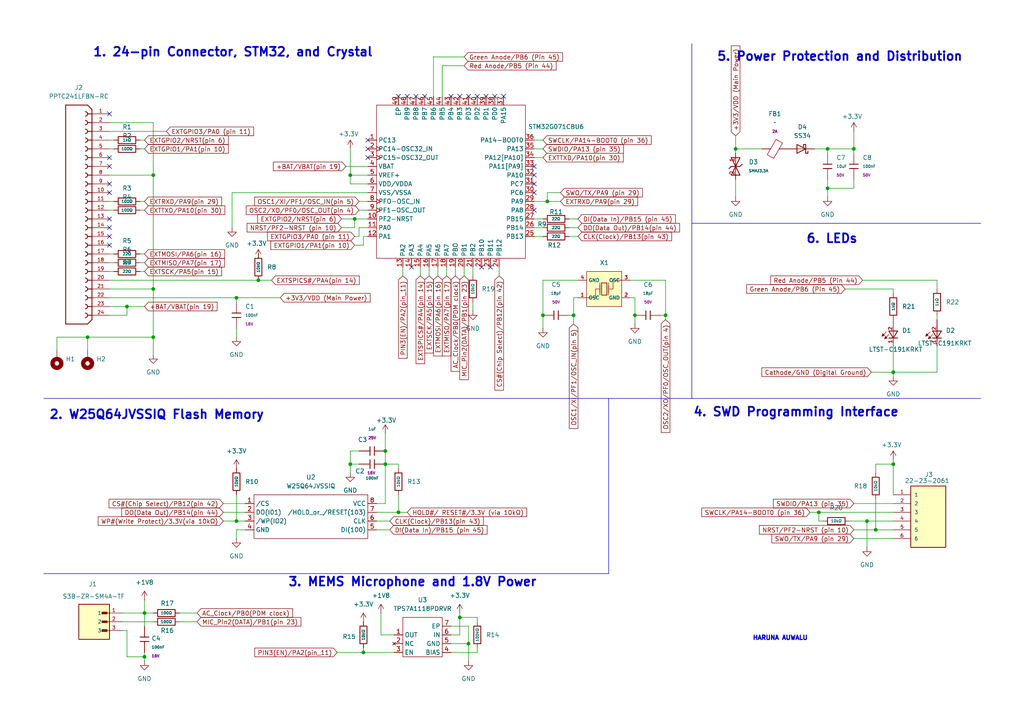
<source format=kicad_sch>
(kicad_sch (version 20250114) (generator "eeschema") (generator_version "9.0")
  (paper "A4")
  (text "5. Power Protection and Distribution" (at 243.586 16.51 0) (effects (font (size 2.54 2.54) (thickness 0.508) (bold yes))))
  (text "4. SWD Programming Interface" (at 230.886 119.634 0) (effects (font (size 2.54 2.54) (thickness 0.508) (bold yes))))
  (text "6. LEDs\n" (at 241.3 69.342 0) (effects (font (size 2.54 2.54) (thickness 0.508) (bold yes))))
  (text "1. 24-pin Connector, STM32, and Crystal" (at 67.564 15.24 0) (effects (font (size 2.54 2.54) (thickness 0.508) (bold yes))))
  (text "HARUNA AUWALU" (at 226.314 185.166 0) (effects (font (size 1.27 1.27) (thickness 0.508) (bold yes))))
  (text "2. W25Q64JVSSIQ Flash Memory" (at 45.466 120.396 0) (effects (font (size 2.54 2.54) (thickness 0.508) (bold yes))))
  (text "3. MEMS Microphone and 1.8V Power" (at 119.634 168.91 0) (effects (font (size 2.54 2.54) (thickness 0.508) (bold yes))))
  (junction (at 115.57 148.59))
  (junction (at 74.93 81.28))
  (junction (at 135.89 186.69))
  (junction (at 68.58 86.36))
  (junction (at 259.08 107.95))
  (junction (at 133.35 179.07))
  (junction (at 111.76 134.62))
  (junction (at 41.91 177.8))
  (junction (at 111.76 130.81))
  (junction (at 25.4 97.79))
  (junction (at 68.58 151.13))
  (junction (at 240.03 54.61))
  (junction (at 44.45 83.82))
  (junction (at 247.65 43.18))
  (junction (at 166.37 91.44))
  (junction (at 44.45 50.8))
  (junction (at 237.49 148.59))
  (junction (at 41.91 190.5))
  (junction (at 254 153.67))
  (junction (at 251.46 151.13))
  (junction (at 101.6 50.8))
  (junction (at 213.36 43.18))
  (junction (at 101.6 134.62))
  (junction (at 193.04 91.44))
  (junction (at 44.45 97.79))
  (junction (at 36.83 88.9))
  (junction (at 240.03 43.18))
  (junction (at 105.41 189.23))
  (junction (at 157.48 91.44))
  (junction (at 158.75 58.42))
  (junction (at 184.15 91.44))
  (junction (at 102.87 63.5))
  (junction (at 259.08 134.62))
  (no_connect (at 140.97 27.94))
  (no_connect (at 118.11 27.94))
  (no_connect (at 130.81 27.94))
  (no_connect (at 154.94 50.8))
  (no_connect (at 154.94 55.88))
  (no_connect (at 106.68 45.72))
  (no_connect (at 31.75 71.12))
  (no_connect (at 154.94 53.34))
  (no_connect (at 154.94 60.96))
  (no_connect (at 154.94 48.26))
  (no_connect (at 31.75 45.72))
  (no_connect (at 123.19 27.94))
  (no_connect (at 31.75 66.04))
  (no_connect (at 31.75 63.5))
  (no_connect (at 143.51 27.94))
  (no_connect (at 133.35 27.94))
  (no_connect (at 142.24 77.47))
  (no_connect (at 31.75 68.58))
  (no_connect (at 31.75 55.88))
  (no_connect (at 119.38 77.47))
  (no_connect (at 31.75 53.34))
  (no_connect (at 120.65 27.94))
  (no_connect (at 138.43 27.94))
  (no_connect (at 106.68 43.18))
  (no_connect (at 135.89 27.94))
  (no_connect (at 106.68 40.64))
  (no_connect (at 146.05 27.94))
  (no_connect (at 31.75 33.02))
  (no_connect (at 31.75 48.26))
  (no_connect (at 139.7 77.47))
  (no_connect (at 115.57 27.94))
  (wire (pts (xy 254 144.78) (xy 254 153.67)))
  (wire (pts (xy 124.46 77.47) (xy 124.46 80.01)))
  (wire (pts (xy 247.65 52.07) (xy 247.65 54.61)))
  (wire (pts (xy 130.81 186.69) (xy 135.89 186.69)))
  (wire (pts (xy 102.87 63.5) (xy 106.68 63.5)))
  (wire (pts (xy 247.65 38.1) (xy 247.65 43.18)))
  (wire (pts (xy 40.64 78.74) (xy 41.91 78.74)))
  (wire (pts (xy 127 77.47) (xy 127 80.01)))
  (wire (pts (xy 52.07 177.8) (xy 57.15 177.8)))
  (wire (pts (xy 130.81 189.23) (xy 138.43 189.23)))
  (wire (pts (xy 213.36 43.18) (xy 213.36 44.45)))
  (wire (pts (xy 64.77 146.05) (xy 71.12 146.05)))
  (wire (pts (xy 31.75 86.36) (xy 68.58 86.36)))
  (wire (pts (xy 240.03 52.07) (xy 240.03 54.61)))
  (wire (pts (xy 182.88 86.36) (xy 184.15 86.36)))
  (wire (pts (xy 40.64 60.96) (xy 41.91 60.96)))
  (wire (pts (xy 16.51 101.6) (xy 16.51 97.79)))
  (wire (pts (xy 254 134.62) (xy 259.08 134.62)))
  (wire (pts (xy 101.6 50.8) (xy 101.6 53.34)))
  (wire (pts (xy 116.84 77.47) (xy 116.84 80.01)))
  (wire (pts (xy 44.45 97.79) (xy 44.45 102.87)))
  (wire (pts (xy 115.57 148.59) (xy 118.11 148.59)))
  (wire (pts (xy 31.75 78.74) (xy 33.02 78.74)))
  (wire (pts (xy 74.93 74.93) (xy 74.93 73.66)))
  (wire (pts (xy 36.83 190.5) (xy 41.91 190.5)))
  (polyline (pts (xy 200.66 64.77) (xy 284.48 64.77)))
  (wire (pts (xy 154.94 40.64) (xy 157.48 40.64)))
  (wire (pts (xy 135.89 186.69) (xy 135.89 191.77)))
  (wire (pts (xy 157.48 81.28) (xy 157.48 91.44)))
  (wire (pts (xy 138.43 189.23) (xy 138.43 187.96)))
  (wire (pts (xy 271.78 81.28) (xy 271.78 83.82)))
  (wire (pts (xy 132.08 77.47) (xy 132.08 80.01)))
  (wire (pts (xy 166.37 91.44) (xy 166.37 93.98)))
  (wire (pts (xy 137.16 87.63) (xy 137.16 90.17)))
  (wire (pts (xy 259.08 107.95) (xy 259.08 109.22)))
  (wire (pts (xy 144.78 77.47) (xy 144.78 80.01)))
  (wire (pts (xy 184.15 86.36) (xy 184.15 91.44)))
  (wire (pts (xy 44.45 35.56) (xy 44.45 50.8)))
  (wire (pts (xy 237.49 148.59) (xy 259.08 148.59)))
  (wire (pts (xy 31.75 60.96) (xy 33.02 60.96)))
  (wire (pts (xy 44.45 83.82) (xy 44.45 97.79)))
  (wire (pts (xy 99.06 63.5) (xy 102.87 63.5)))
  (wire (pts (xy 40.64 76.2) (xy 41.91 76.2)))
  (wire (pts (xy 35.56 180.34) (xy 44.45 180.34)))
  (wire (pts (xy 154.94 63.5) (xy 157.48 63.5)))
  (wire (pts (xy 41.91 191.77) (xy 41.91 190.5)))
  (wire (pts (xy 191.77 91.44) (xy 193.04 91.44)))
  (wire (pts (xy 246.38 151.13) (xy 251.46 151.13)))
  (wire (pts (xy 115.57 134.62) (xy 115.57 135.89)))
  (wire (pts (xy 31.75 40.64) (xy 33.02 40.64)))
  (wire (pts (xy 31.75 91.44) (xy 36.83 91.44)))
  (wire (pts (xy 254 134.62) (xy 254 137.16)))
  (wire (pts (xy 31.75 73.66) (xy 33.02 73.66)))
  (wire (pts (xy 240.03 43.18) (xy 240.03 44.45)))
  (wire (pts (xy 110.49 184.15) (xy 110.49 177.8)))
  (wire (pts (xy 104.14 58.42) (xy 106.68 58.42)))
  (wire (pts (xy 259.08 133.35) (xy 259.08 134.62)))
  (wire (pts (xy 154.94 45.72) (xy 157.48 45.72)))
  (wire (pts (xy 247.65 146.05) (xy 259.08 146.05)))
  (wire (pts (xy 31.75 43.18) (xy 33.02 43.18)))
  (wire (pts (xy 245.11 83.82) (xy 259.08 83.82)))
  (wire (pts (xy 193.04 91.44) (xy 193.04 92.71)))
  (wire (pts (xy 68.58 153.67) (xy 68.58 156.21)))
  (wire (pts (xy 111.76 146.05) (xy 111.76 134.62)))
  (wire (pts (xy 104.14 60.96) (xy 106.68 60.96)))
  (wire (pts (xy 102.87 71.12) (xy 105.41 71.12)))
  (wire (pts (xy 71.12 153.67) (xy 68.58 153.67)))
  (wire (pts (xy 31.75 88.9) (xy 36.83 88.9)))
  (polyline (pts (xy 200.66 115.57) (xy 284.48 115.57)))
  (wire (pts (xy 133.35 179.07) (xy 133.35 177.8)))
  (wire (pts (xy 184.15 91.44) (xy 184.15 93.98)))
  (wire (pts (xy 35.56 177.8) (xy 41.91 177.8)))
  (wire (pts (xy 162.56 55.88) (xy 158.75 55.88)))
  (wire (pts (xy 106.68 50.8) (xy 101.6 50.8)))
  (wire (pts (xy 44.45 50.8) (xy 44.45 83.82)))
  (wire (pts (xy 109.22 151.13) (xy 113.03 151.13)))
  (wire (pts (xy 102.87 68.58) (xy 104.14 68.58)))
  (wire (pts (xy 247.65 156.21) (xy 259.08 156.21)))
  (wire (pts (xy 251.46 151.13) (xy 259.08 151.13)))
  (wire (pts (xy 31.75 58.42) (xy 33.02 58.42)))
  (wire (pts (xy 166.37 86.36) (xy 166.37 91.44)))
  (wire (pts (xy 105.41 189.23) (xy 114.3 189.23)))
  (wire (pts (xy 104.14 66.04) (xy 106.68 66.04)))
  (wire (pts (xy 36.83 182.88) (xy 35.56 182.88)))
  (wire (pts (xy 109.22 146.05) (xy 111.76 146.05)))
  (wire (pts (xy 68.58 95.25) (xy 68.58 97.79)))
  (wire (pts (xy 115.57 134.62) (xy 111.76 134.62)))
  (wire (pts (xy 101.6 53.34) (xy 106.68 53.34)))
  (wire (pts (xy 105.41 187.96) (xy 105.41 189.23)))
  (wire (pts (xy 64.77 148.59) (xy 71.12 148.59)))
  (polyline (pts (xy 200.66 12.7) (xy 200.66 115.57)))
  (wire (pts (xy 104.14 68.58) (xy 104.14 66.04)))
  (wire (pts (xy 154.94 66.04) (xy 157.48 66.04)))
  (wire (pts (xy 237.49 151.13) (xy 237.49 148.59)))
  (wire (pts (xy 238.76 151.13) (xy 237.49 151.13)))
  (wire (pts (xy 104.14 130.81) (xy 101.6 130.81)))
  (wire (pts (xy 111.76 130.81) (xy 111.76 134.62)))
  (wire (pts (xy 157.48 91.44) (xy 157.48 95.25)))
  (wire (pts (xy 251.46 151.13) (xy 251.46 158.75)))
  (wire (pts (xy 40.64 43.18) (xy 41.91 43.18)))
  (wire (pts (xy 165.1 66.04) (xy 167.64 66.04)))
  (wire (pts (xy 129.54 77.47) (xy 129.54 80.01)))
  (wire (pts (xy 254 153.67) (xy 259.08 153.67)))
  (wire (pts (xy 25.4 97.79) (xy 25.4 101.6)))
  (wire (pts (xy 193.04 81.28) (xy 193.04 91.44)))
  (wire (pts (xy 31.75 35.56) (xy 44.45 35.56)))
  (wire (pts (xy 182.88 81.28) (xy 193.04 81.28)))
  (wire (pts (xy 154.94 43.18) (xy 157.48 43.18)))
  (wire (pts (xy 130.81 181.61) (xy 135.89 181.61)))
  (wire (pts (xy 36.83 88.9) (xy 41.91 88.9)))
  (polyline (pts (xy 176.53 115.57) (xy 200.66 115.57)))
  (wire (pts (xy 101.6 43.18) (xy 101.6 50.8)))
  (polyline (pts (xy 12.7 115.57) (xy 176.53 115.57)))
  (wire (pts (xy 101.6 130.81) (xy 101.6 134.62)))
  (wire (pts (xy 41.91 177.8) (xy 41.91 173.99)))
  (wire (pts (xy 68.58 151.13) (xy 71.12 151.13)))
  (wire (pts (xy 158.75 55.88) (xy 158.75 58.42)))
  (wire (pts (xy 138.43 180.34) (xy 138.43 179.07)))
  (wire (pts (xy 134.62 77.47) (xy 134.62 80.01)))
  (wire (pts (xy 106.68 55.88) (xy 67.31 55.88)))
  (wire (pts (xy 68.58 143.51) (xy 68.58 151.13)))
  (wire (pts (xy 16.51 97.79) (xy 25.4 97.79)))
  (wire (pts (xy 165.1 91.44) (xy 166.37 91.44)))
  (wire (pts (xy 128.27 19.05) (xy 128.27 27.94)))
  (wire (pts (xy 100.33 48.26) (xy 106.68 48.26)))
  (wire (pts (xy 31.75 83.82) (xy 44.45 83.82)))
  (wire (pts (xy 67.31 55.88) (xy 67.31 66.04)))
  (wire (pts (xy 213.36 52.07) (xy 213.36 57.15)))
  (wire (pts (xy 137.16 77.47) (xy 137.16 80.01)))
  (wire (pts (xy 105.41 68.58) (xy 106.68 68.58)))
  (polyline (pts (xy 12.7 166.37) (xy 176.53 166.37)))
  (wire (pts (xy 252.73 107.95) (xy 259.08 107.95)))
  (wire (pts (xy 31.75 50.8) (xy 44.45 50.8)))
  (wire (pts (xy 64.77 151.13) (xy 68.58 151.13)))
  (wire (pts (xy 271.78 91.44) (xy 271.78 92.71)))
  (wire (pts (xy 234.95 148.59) (xy 237.49 148.59)))
  (wire (pts (xy 167.64 86.36) (xy 166.37 86.36)))
  (wire (pts (xy 68.58 86.36) (xy 81.28 86.36)))
  (wire (pts (xy 134.62 16.51) (xy 125.73 16.51)))
  (wire (pts (xy 102.87 66.04) (xy 102.87 63.5)))
  (wire (pts (xy 101.6 134.62) (xy 101.6 137.16)))
  (wire (pts (xy 109.22 148.59) (xy 115.57 148.59)))
  (wire (pts (xy 259.08 83.82) (xy 259.08 85.09)))
  (polyline (pts (xy 176.53 115.57) (xy 176.53 166.37)))
  (wire (pts (xy 259.08 143.51) (xy 259.08 134.62)))
  (wire (pts (xy 31.75 38.1) (xy 48.26 38.1)))
  (wire (pts (xy 99.06 66.04) (xy 102.87 66.04)))
  (wire (pts (xy 259.08 107.95) (xy 271.78 107.95)))
  (wire (pts (xy 247.65 153.67) (xy 254 153.67)))
  (wire (pts (xy 115.57 143.51) (xy 115.57 148.59)))
  (wire (pts (xy 165.1 63.5) (xy 167.64 63.5)))
  (wire (pts (xy 213.36 39.37) (xy 213.36 43.18)))
  (wire (pts (xy 240.03 54.61) (xy 240.03 57.15)))
  (wire (pts (xy 31.75 81.28) (xy 74.93 81.28)))
  (wire (pts (xy 213.36 43.18) (xy 220.98 43.18)))
  (wire (pts (xy 250.19 81.28) (xy 271.78 81.28)))
  (wire (pts (xy 240.03 43.18) (xy 247.65 43.18)))
  (wire (pts (xy 135.89 181.61) (xy 135.89 186.69)))
  (wire (pts (xy 111.76 125.73) (xy 111.76 130.81)))
  (wire (pts (xy 36.83 190.5) (xy 36.83 182.88)))
  (wire (pts (xy 41.91 177.8) (xy 44.45 177.8)))
  (wire (pts (xy 114.3 184.15) (xy 110.49 184.15)))
  (wire (pts (xy 36.83 88.9) (xy 36.83 91.44)))
  (wire (pts (xy 31.75 76.2) (xy 33.02 76.2)))
  (wire (pts (xy 40.64 58.42) (xy 41.91 58.42)))
  (wire (pts (xy 236.22 43.18) (xy 240.03 43.18)))
  (wire (pts (xy 105.41 71.12) (xy 105.41 68.58)))
  (wire (pts (xy 154.94 58.42) (xy 158.75 58.42)))
  (wire (pts (xy 247.65 54.61) (xy 240.03 54.61)))
  (wire (pts (xy 259.08 100.33) (xy 259.08 107.95)))
  (wire (pts (xy 130.81 184.15) (xy 133.35 184.15)))
  (wire (pts (xy 40.64 73.66) (xy 41.91 73.66)))
  (wire (pts (xy 134.62 19.05) (xy 128.27 19.05)))
  (wire (pts (xy 101.6 134.62) (xy 104.14 134.62)))
  (wire (pts (xy 158.75 58.42) (xy 162.56 58.42)))
  (wire (pts (xy 165.1 68.58) (xy 167.64 68.58)))
  (wire (pts (xy 167.64 81.28) (xy 157.48 81.28)))
  (wire (pts (xy 41.91 190.5) (xy 41.91 189.23)))
  (wire (pts (xy 40.64 40.64) (xy 41.91 40.64)))
  (wire (pts (xy 74.93 81.28) (xy 78.74 81.28)))
  (wire (pts (xy 154.94 68.58) (xy 157.48 68.58)))
  (wire (pts (xy 52.07 180.34) (xy 57.15 180.34)))
  (wire (pts (xy 271.78 107.95) (xy 271.78 100.33)))
  (wire (pts (xy 121.92 77.47) (xy 121.92 80.01)))
  (wire (pts (xy 97.79 189.23) (xy 105.41 189.23)))
  (wire (pts (xy 25.4 97.79) (xy 44.45 97.79)))
  (wire (pts (xy 133.35 184.15) (xy 133.35 179.07)))
  (wire (pts (xy 125.73 16.51) (xy 125.73 27.94)))
  (wire (pts (xy 109.22 153.67) (xy 113.03 153.67)))
  (wire (pts (xy 68.58 86.36) (xy 68.58 87.63)))
  (wire (pts (xy 247.65 43.18) (xy 247.65 44.45)))
  (wire (pts (xy 41.91 177.8) (xy 41.91 181.61)))
  (wire (pts (xy 138.43 179.07) (xy 133.35 179.07)))
  (global_label "CS#(Chip Select){slash}PB12(pin 42)" (shape input) (at 64.77 146.05 180) (property "Intersheetrefs" "${INTERSHEET_REFS}" (effects (hide yes))))
  (global_label "OSC1{slash}XI{slash}PF1{slash}OSC_IN(pin 5)" (shape input) (at 166.37 93.98 270) (property "Intersheetrefs" "${INTERSHEET_REFS}" (effects (hide yes))))
  (global_label "EXTMISO{slash}PA7(pin 17)" (shape input) (at 41.91 76.2 0) (property "Intersheetrefs" "${INTERSHEET_REFS}" (effects (hide yes))))
  (global_label "NRST{slash}PF2-NRST (pin 10)" (shape input) (at 247.65 153.67 180) (property "Intersheetrefs" "${INTERSHEET_REFS}" (effects (hide yes))))
  (global_label "Cathode{slash}GND (Digital Ground)" (shape input) (at 252.73 107.95 180) (property "Intersheetrefs" "${INTERSHEET_REFS}" (effects (hide yes))))
  (global_label "Red Anode{slash}PB5 (Pin 44)" (shape input) (at 134.62 19.05 0) (property "Intersheetrefs" "${INTERSHEET_REFS}" (effects (hide yes))))
  (global_label "MIC_Pin2(DATA){slash}PB1(pin 23)" (shape input) (at 57.15 180.34 0) (property "Intersheetrefs" "${INTERSHEET_REFS}" (effects (hide yes))))
  (global_label "+BAT{slash}VBAT(pin 19)" (shape input) (at 41.91 88.9 0) (property "Intersheetrefs" "${INTERSHEET_REFS}" (effects (hide yes))))
  (global_label "SWO{slash}TX{slash}PA9 (pin 29)" (shape input) (at 162.56 55.88 0) (property "Intersheetrefs" "${INTERSHEET_REFS}" (effects (hide yes))))
  (global_label "EXTSCK{slash}PA5(pin 15)" (shape input) (at 41.91 78.74 0) (property "Intersheetrefs" "${INTERSHEET_REFS}" (effects (hide yes))))
  (global_label "DO(Data Out){slash}PB14(pin 44)" (shape input) (at 167.64 66.04 0) (property "Intersheetrefs" "${INTERSHEET_REFS}" (effects (hide yes))))
  (global_label "SWDIO{slash}PA13 (pin 35)" (shape input) (at 157.48 43.18 0) (property "Intersheetrefs" "${INTERSHEET_REFS}" (effects (hide yes))))
  (global_label "EXTTXD{slash}PA10(pin 30)" (shape input) (at 157.48 45.72 0) (property "Intersheetrefs" "${INTERSHEET_REFS}" (effects (hide yes))))
  (global_label "HOLD#{slash} RESET#{slash}3.3V (via 10kΩ)" (shape input) (at 118.11 148.59 0) (property "Intersheetrefs" "${INTERSHEET_REFS}" (effects (hide yes))))
  (global_label "EXTGPIO3{slash}PA0 (pin 11)" (shape input) (at 102.87 68.58 180) (property "Intersheetrefs" "${INTERSHEET_REFS}" (effects (hide yes))))
  (global_label "EXTGPIO1{slash}PA1(pin 10)" (shape input) (at 41.91 43.18 0) (property "Intersheetrefs" "${INTERSHEET_REFS}" (effects (hide yes))))
  (global_label "EXTGPIO3{slash}PA0 (pin 11)" (shape input) (at 48.26 38.1 0) (property "Intersheetrefs" "${INTERSHEET_REFS}" (effects (hide yes))))
  (global_label "Red Anode{slash}PB5 (Pin 44)" (shape input) (at 250.19 81.28 180) (property "Intersheetrefs" "${INTERSHEET_REFS}" (effects (hide yes))))
  (global_label "EXTMOSI{slash}PA6(pin 16)" (shape input) (at 127 80.01 270) (property "Intersheetrefs" "${INTERSHEET_REFS}" (effects (hide yes))))
  (global_label "EXTGPIO1{slash}PA1(pin 10)" (shape input) (at 102.87 71.12 180) (property "Intersheetrefs" "${INTERSHEET_REFS}" (effects (hide yes))))
  (global_label "OSC2{slash}XO{slash}PF0{slash}OSC_OUT(pin 4)" (shape input) (at 193.04 92.71 270) (property "Intersheetrefs" "${INTERSHEET_REFS}" (effects (hide yes))))
  (global_label "EXTRXD{slash}PA9(pin 29)" (shape input) (at 41.91 58.42 0) (property "Intersheetrefs" "${INTERSHEET_REFS}" (effects (hide yes))))
  (global_label "SWCLK{slash}PA14-BOOT0 (pin 36)" (shape input) (at 234.95 148.59 180) (property "Intersheetrefs" "${INTERSHEET_REFS}" (effects (hide yes))))
  (global_label "+BAT{slash}VBAT(pin 19)" (shape input) (at 100.33 48.26 180) (property "Intersheetrefs" "${INTERSHEET_REFS}" (effects (hide yes))))
  (global_label "NRST{slash}PF2-NRST (pin 10)" (shape input) (at 99.06 66.04 180) (property "Intersheetrefs" "${INTERSHEET_REFS}" (effects (hide yes))))
  (global_label "EXTSPICS#{slash}PA4(pin 14)" (shape input) (at 78.74 81.28 0) (property "Intersheetrefs" "${INTERSHEET_REFS}" (effects (hide yes))))
  (global_label "PIN3(EN){slash}PA2(pin_11)" (shape input) (at 116.84 80.01 270) (property "Intersheetrefs" "${INTERSHEET_REFS}" (effects (hide yes))))
  (global_label "EXTSPICS#{slash}PA4(pin 14)" (shape input) (at 121.92 80.01 270) (property "Intersheetrefs" "${INTERSHEET_REFS}" (effects (hide yes))))
  (global_label "+3V3{slash}VDD (Main Power)" (shape input) (at 81.28 86.36 0) (property "Intersheetrefs" "${INTERSHEET_REFS}" (effects (hide yes))))
  (global_label "AC_Clock{slash}PB0(PDM clock)" (shape input) (at 57.15 177.8 0) (property "Intersheetrefs" "${INTERSHEET_REFS}" (effects (hide yes))))
  (global_label "EXTTXD{slash}PA10(pin 30)" (shape input) (at 41.91 60.96 0) (property "Intersheetrefs" "${INTERSHEET_REFS}" (effects (hide yes))))
  (global_label "EXTMISO{slash}PA7(pin 17)" (shape input) (at 129.54 80.01 270) (property "Intersheetrefs" "${INTERSHEET_REFS}" (effects (hide yes))))
  (global_label "OSC2{slash}XO{slash}PF0{slash}OSC_OUT(pin 4)" (shape input) (at 104.14 60.96 180) (property "Intersheetrefs" "${INTERSHEET_REFS}" (effects (hide yes))))
  (global_label "Green Anode{slash}PB6 (Pin 45)" (shape input) (at 245.11 83.82 180) (property "Intersheetrefs" "${INTERSHEET_REFS}" (effects (hide yes))))
  (global_label "+3V3{slash}VDD (Main Power)" (shape input) (at 213.36 39.37 90) (property "Intersheetrefs" "${INTERSHEET_REFS}" (effects (hide yes))))
  (global_label "EXTRXD{slash}PA9(pin 29)" (shape input) (at 162.56 58.42 0) (property "Intersheetrefs" "${INTERSHEET_REFS}" (effects (hide yes))))
  (global_label "SWCLK{slash}PA14-BOOT0 (pin 36)" (shape input) (at 157.48 40.64 0) (property "Intersheetrefs" "${INTERSHEET_REFS}" (effects (hide yes))))
  (global_label "SWO{slash}TX{slash}PA9 (pin 29)" (shape input) (at 247.65 156.21 180) (property "Intersheetrefs" "${INTERSHEET_REFS}" (effects (hide yes))))
  (global_label "CLK(Clock){slash}PB13(pin 43)" (shape input) (at 167.64 68.58 0) (property "Intersheetrefs" "${INTERSHEET_REFS}" (effects (hide yes))))
  (global_label "AC_Clock{slash}PB0(PDM clock)" (shape input) (at 132.08 80.01 270) (property "Intersheetrefs" "${INTERSHEET_REFS}" (effects (hide yes))))
  (global_label "EXTGPIO2{slash}NRST(pin 6)" (shape input) (at 99.06 63.5 180) (property "Intersheetrefs" "${INTERSHEET_REFS}" (effects (hide yes))))
  (global_label "DO(Data Out){slash}PB14(pin 44)" (shape input) (at 64.77 148.59 180) (property "Intersheetrefs" "${INTERSHEET_REFS}" (effects (hide yes))))
  (global_label "EXTMOSI{slash}PA6(pin 16)" (shape input) (at 41.91 73.66 0) (property "Intersheetrefs" "${INTERSHEET_REFS}" (effects (hide yes))))
  (global_label "EXTSCK{slash}PA5(pin 15)" (shape input) (at 124.46 80.01 270) (property "Intersheetrefs" "${INTERSHEET_REFS}" (effects (hide yes))))
  (global_label "DI(Data In){slash}PB15 (pin 45)" (shape input) (at 113.03 153.67 0) (property "Intersheetrefs" "${INTERSHEET_REFS}" (effects (hide yes))))
  (global_label "OSC1{slash}XI{slash}PF1{slash}OSC_IN(pin 5)" (shape input) (at 104.14 58.42 180) (property "Intersheetrefs" "${INTERSHEET_REFS}" (effects (hide yes))))
  (global_label "CS#(Chip Select){slash}PB12(pin 42)" (shape input) (at 144.78 80.01 270) (property "Intersheetrefs" "${INTERSHEET_REFS}" (effects (hide yes))))
  (global_label "PIN3(EN){slash}PA2(pin_11)" (shape input) (at 97.79 189.23 180) (property "Intersheetrefs" "${INTERSHEET_REFS}" (effects (hide yes))))
  (global_label "EXTGPIO2{slash}NRST(pin 6)" (shape input) (at 41.91 40.64 0) (property "Intersheetrefs" "${INTERSHEET_REFS}" (effects (hide yes))))
  (global_label "MIC_Pin2(DATA){slash}PB1(pin 23)" (shape input) (at 134.62 80.01 270) (property "Intersheetrefs" "${INTERSHEET_REFS}" (effects (hide yes))))
  (global_label "DI(Data In){slash}PB15 (pin 45)" (shape input) (at 167.64 63.5 0) (property "Intersheetrefs" "${INTERSHEET_REFS}" (effects (hide yes))))
  (global_label "SWDIO{slash}PA13 (pin 35)" (shape input) (at 247.65 146.05 180) (property "Intersheetrefs" "${INTERSHEET_REFS}" (effects (hide yes))))
  (global_label "Green Anode{slash}PB6 (Pin 45)" (shape input) (at 134.62 16.51 0) (property "Intersheetrefs" "${INTERSHEET_REFS}" (effects (hide yes))))
  (global_label "WP#(Write Protect){slash}3.3V(via 10kΩ)" (shape input) (at 64.77 151.13 180) (property "Intersheetrefs" "${INTERSHEET_REFS}" (effects (hide yes))))
  (global_label "CLK(Clock){slash}PB13(pin 43)" (shape input) (at 113.03 151.13 0) (property "Intersheetrefs" "${INTERSHEET_REFS}" (effects (hide yes))))
  (symbol (lib_id "Mechanical:MountingHole_Pad_MP") (at 16.51 104.14 180) (unit 1) (in_bom no)
    (property "Reference" "H1" (at 19.05 104.1399 0) (effects (justify right)))
    (property "Value" "MountingHole_Pad_MP" (effects (hide yes)))
    (property "Footprint" "MountingHole:MountingHole_4mm_Pad_Via" (effects (hide yes)))
    (property "Description" "Mounting Hole with connection as pad named MP" (effects (hide yes)))
  )
  (symbol (lib_id "power:GND") (at 157.48 95.25 0) (unit 1)
    (property "Reference" "#PWR017" (effects (hide yes)))
    (property "Value" "GND" (at 157.48 100.33 0))
    (property "Description" "Power symbol creates a global label with name \"GND\" , ground" (effects (hide yes)))
  )
  (symbol (lib_id "PCM_JLCPCB-Resistors:0402,10kΩ") (at 68.58 139.7 0) (unit 1)
    (property "Reference" "R10" (at 71.12 139.6999 0) (effects (justify left)))
    (property "Value" "10kΩ" (at 68.58 139.7 90) (effects (font (size 0.8 0.8))))
    (property "Footprint" "PCM_JLCPCB:R_0402" (effects (hide yes)))
    (property "Datasheet" "https://www.lcsc.com/datasheet/lcsc_datasheet_2411221126_UNI-ROYAL-Uniroyal-Elec-0402WGF1002TCE_C25744.pdf" (effects (hide yes)))
    (property "Description" "62.5mW Thick Film Resistors 50V ±100ppm/°C ±1% 10kΩ 0402 Chip Resistor - Surface Mount ROHS" (effects (hide yes)))
    (property "LCSC" "C25744" (effects (hide yes)))
    (property "Stock" "24372091" (effects (hide yes)))
    (property "Price" "0.004USD" (effects (hide yes)))
    (property "Process" "SMT" (effects (hide yes)))
    (property "Minimum Qty" "20" (effects (hide yes)))
    (property "Attrition Qty" "10" (effects (hide yes)))
    (property "Class" "Basic Component" (effects (hide yes)))
    (property "Category" "Resistors,Chip Resistor - Surface Mount" (effects (hide yes)))
    (property "Manufacturer" "UNI-ROYAL(Uniroyal Elec)" (effects (hide yes)))
    (property "Part" "0402WGF1002TCE" (effects (hide yes)))
    (property "Resistance" "10kΩ" (effects (hide yes)))
    (property "Power(Watts)" "62.5mW" (effects (hide yes)))
    (property "Type" "Thick Film Resistors" (effects (hide yes)))
    (property "Overload Voltage (Max)" "50V" (effects (hide yes)))
    (property "Operating Temperature Range" "-55°C~+155°C" (effects (hide yes)))
    (property "Tolerance" "±1%" (effects (hide yes)))
    (property "Temperature Coefficient" "±100ppm/°C" (effects (hide yes)))
  )
  (symbol (lib_id "PPTC241LFBN-RC:PPTC241LFBN-RC") (at 26.67 60.96 0) (unit 1)
    (property "Reference" "J2" (at 22.86 25.4 0))
    (property "Value" "PPTC241LFBN-RC" (at 22.86 27.94 0))
    (property "Footprint" "PPTC241LFBN-RC:SULLINS_PPTC241LFBN-RC" (effects (hide yes)))
    (property "MF" "Sullins Connector Solutions" (effects (hide yes)))
    (property "MAXIMUM_PACKAGE_HEIGHT" "8.5 mm" (effects (hide yes)))
    (property "Package" "None" (effects (hide yes)))
    (property "Price" "None" (effects (hide yes)))
    (property "Check_prices" "https://www.snapeda.com/parts/PPTC241LFBN-RC/Sullins/view-part/?ref=eda" (effects (hide yes)))
    (property "STANDARD" "Manufacturer Recommendations" (effects (hide yes)))
    (property "PARTREV" "J" (effects (hide yes)))
    (property "SnapEDA_Link" "https://www.snapeda.com/parts/PPTC241LFBN-RC/Sullins/view-part/?ref=snap" (effects (hide yes)))
    (property "MP" "PPTC241LFBN-RC" (effects (hide yes)))
    (property "Description_1" "24 Position Header Connector 0.100 (2.54mm) Through Hole Tin" (effects (hide yes)))
    (property "Availability" "In Stock" (effects (hide yes)))
    (property "MANUFACTURER" "Sullins" (effects (hide yes)))
  )
  (symbol (lib_id "PCM_JLCPCB-Resistors:0402,1kΩ") (at 271.78 87.63 0) (unit 1)
    (property "Reference" "R22" (at 274.32 87.6299 0) (effects (justify left)))
    (property "Value" "1kΩ" (at 271.78 87.63 90) (effects (font (size 0.8 0.8))))
    (property "Footprint" "PCM_JLCPCB:R_0402" (effects (hide yes)))
    (property "Datasheet" "https://www.lcsc.com/datasheet/lcsc_datasheet_2206010216_UNI-ROYAL-Uniroyal-Elec-0402WGF1001TCE_C11702.pdf" (effects (hide yes)))
    (property "Description" "62.5mW Thick Film Resistors 50V ±100ppm/°C ±1% 1kΩ 0402 Chip Resistor - Surface Mount ROHS" (effects (hide yes)))
    (property "LCSC" "C11702" (effects (hide yes)))
    (property "Stock" "13226393" (effects (hide yes)))
    (property "Price" "0.004USD" (effects (hide yes)))
    (property "Process" "SMT" (effects (hide yes)))
    (property "Minimum Qty" "20" (effects (hide yes)))
    (property "Attrition Qty" "10" (effects (hide yes)))
    (property "Class" "Basic Component" (effects (hide yes)))
    (property "Category" "Resistors,Chip Resistor - Surface Mount" (effects (hide yes)))
    (property "Manufacturer" "UNI-ROYAL(Uniroyal Elec)" (effects (hide yes)))
    (property "Part" "0402WGF1001TCE" (effects (hide yes)))
    (property "Resistance" "1kΩ" (effects (hide yes)))
    (property "Power(Watts)" "62.5mW" (effects (hide yes)))
    (property "Type" "Thick Film Resistors" (effects (hide yes)))
    (property "Overload Voltage (Max)" "50V" (effects (hide yes)))
    (property "Operating Temperature Range" "-55°C~+155°C" (effects (hide yes)))
    (property "Tolerance" "±1%" (effects (hide yes)))
    (property "Temperature Coefficient" "±100ppm/°C" (effects (hide yes)))
  )
  (symbol (lib_id "W25Q64JVSSIQ:W25Q64JVSSIQ") (at 90.17 142.24 0) (unit 1)
    (property "Reference" "U2" (at 90.17 138.43 0))
    (property "Value" "W25Q64JVSSIQ" (at 90.17 140.97 0))
    (property "Footprint" "W25Q64JVSSIQ:W25Q64JVSSIQ" (effects (hide yes)))
    (property "Description" "SOIC-8_5.3x5.3x1.27P NOR FLASH ROHS" (effects (hide yes)))
  )
  (symbol (lib_id "PCM_JLCPCB-Crystals:Crystal, 16MHz, 9pF") (at 175.26 83.82 0) (unit 1)
    (property "Reference" "X1" (at 175.26 76.2 0))
    (property "Value" "X322516MLB4SI" (effects (hide yes)))
    (property "Footprint" "PCM_JLCPCB:OSC-SMD_4P-L3.2-W2.5-BL" (effects (hide yes)))
    (property "Datasheet" "https://www.lcsc.com/datasheet/lcsc_datasheet_2403291504_YXC-Crystal-Oscillators-X322516MLB4SI_C13738.pdf" (effects (hide yes)))
    (property "Description" "16MHz Surface Mount Crystal 9pF ±10ppm ±20ppm SMD3225-4P Crystals ROHS" (effects (hide yes)))
    (property "LCSC" "C13738" (effects (hide yes)))
    (property "Stock" "162087" (effects (hide yes)))
    (property "Price" "0.068USD" (effects (hide yes)))
    (property "Process" "SMT" (effects (hide yes)))
    (property "Minimum Qty" "5" (effects (hide yes)))
    (property "Attrition Qty" "4" (effects (hide yes)))
    (property "Class" "Basic Component" (effects (hide yes)))
    (property "Category" "Crystals/Oscillators/Resonators,Crystals" (effects (hide yes)))
    (property "Manufacturer" "Yangxing Tech" (effects (hide yes)))
    (property "Part" "X322516MLB4SI" (effects (hide yes)))
    (property "Frequency" "16MHz" (effects (hide yes)))
    (property "Frequency Stability" "±20ppm" (effects (hide yes)))
    (property "Operating Temperature" "-40°C~+85°C" (effects (hide yes)))
    (property "Frequency Tolerance" "±10ppm" (effects (hide yes)))
    (property "Crystal Type" "SMD Crystal Resonator" (effects (hide yes)))
    (property "Load Capacitance" "9pF" (effects (hide yes)))
    (property "Normal Temperature Frequency Tolerance" "±10ppm" (effects (hide yes)))
    (property "Type" "Surface Mount Crystal" (effects (hide yes)))
  )
  (symbol (lib_id "PCM_JLCPCB-Resistors:0402,100kΩ") (at 138.43 184.15 0) (unit 1)
    (property "Reference" "R14" (at 140.97 184.1499 0) (effects (justify left)))
    (property "Value" "100kΩ" (at 138.43 184.15 90) (effects (font (size 0.8 0.8))))
    (property "Footprint" "PCM_JLCPCB:R_0402" (effects (hide yes)))
    (property "Datasheet" "https://www.lcsc.com/datasheet/lcsc_datasheet_2206010100_UNI-ROYAL-Uniroyal-Elec-0402WGF1003TCE_C25741.pdf" (effects (hide yes)))
    (property "Description" "62.5mW Thick Film Resistors 50V ±100ppm/°C ±1% 100kΩ 0402 Chip Resistor - Surface Mount ROHS" (effects (hide yes)))
    (property "LCSC" "C25741" (effects (hide yes)))
    (property "Stock" "6969783" (effects (hide yes)))
    (property "Price" "0.004USD" (effects (hide yes)))
    (property "Process" "SMT" (effects (hide yes)))
    (property "Minimum Qty" "20" (effects (hide yes)))
    (property "Attrition Qty" "10" (effects (hide yes)))
    (property "Class" "Basic Component" (effects (hide yes)))
    (property "Category" "Resistors,Chip Resistor - Surface Mount" (effects (hide yes)))
    (property "Manufacturer" "UNI-ROYAL(Uniroyal Elec)" (effects (hide yes)))
    (property "Part" "0402WGF1003TCE" (effects (hide yes)))
    (property "Resistance" "100kΩ" (effects (hide yes)))
    (property "Power(Watts)" "62.5mW" (effects (hide yes)))
    (property "Type" "Thick Film Resistors" (effects (hide yes)))
    (property "Overload Voltage (Max)" "50V" (effects (hide yes)))
    (property "Operating Temperature Range" "-55°C~+155°C" (effects (hide yes)))
    (property "Tolerance" "±1%" (effects (hide yes)))
    (property "Temperature Coefficient" "±100ppm/°C" (effects (hide yes)))
  )
  (symbol (lib_id "TPS7A1118PDRVR:TPS7A1118PDRVR") (at 120.65 181.61 0) (unit 1)
    (property "Reference" "U3" (at 122.555 173.99 0))
    (property "Value" "TPS7A1118PDRVR" (at 122.555 176.53 0))
    (property "Footprint" "TPS7A1118PDRVR:TPS7A1118PDRVR" (effects (hide yes)))
    (property "Description" "-40℃~+125℃@(Tj) 1 1.6uA 1.8V 140mV@(500mA) 3.3V 500mA 64dB@(1kHz) 93.9uVrms Fixed Positive Under Voltage Lockout WSON-6-EP(2x2) Voltage Regulators - Linear, Low Drop Out (LDO) Regulators ROHS" (effects (hide yes)))
  )
  (symbol (lib_id "PCM_JLCPCB-Resistors:0402,100Ω") (at 36.83 58.42 90) (unit 1)
    (property "Reference" "R3" (at 36.83 54.61 90))
    (property "Value" "100Ω" (at 36.83 58.42 90) (effects (font (size 0.8 0.8))))
    (property "Footprint" "PCM_JLCPCB:R_0402" (effects (hide yes)))
    (property "Datasheet" "https://www.lcsc.com/datasheet/lcsc_datasheet_2205311900_UNI-ROYAL-Uniroyal-Elec-0402WGF1000TCE_C25076.pdf" (effects (hide yes)))
    (property "Description" "62.5mW Thick Film Resistors 50V ±1% ±200ppm/°C 100Ω 0402 Chip Resistor - Surface Mount ROHS" (effects (hide yes)))
    (property "LCSC" "C25076" (effects (hide yes)))
    (property "Stock" "5907585" (effects (hide yes)))
    (property "Price" "0.004USD" (effects (hide yes)))
    (property "Process" "SMT" (effects (hide yes)))
    (property "Minimum Qty" "20" (effects (hide yes)))
    (property "Attrition Qty" "10" (effects (hide yes)))
    (property "Class" "Basic Component" (effects (hide yes)))
    (property "Category" "Resistors,Chip Resistor - Surface Mount" (effects (hide yes)))
    (property "Manufacturer" "UNI-ROYAL(Uniroyal Elec)" (effects (hide yes)))
    (property "Part" "0402WGF1000TCE" (effects (hide yes)))
    (property "Resistance" "100Ω" (effects (hide yes)))
    (property "Power(Watts)" "62.5mW" (effects (hide yes)))
    (property "Type" "Thick Film Resistors" (effects (hide yes)))
    (property "Overload Voltage (Max)" "50V" (effects (hide yes)))
    (property "Operating Temperature Range" "-55°C~+155°C" (effects (hide yes)))
    (property "Tolerance" "±1%" (effects (hide yes)))
    (property "Temperature Coefficient" "±200ppm/°C" (effects (hide yes)))
  )
  (symbol (lib_id "PCM_JLCPCB-Resistors:0402,100Ω") (at 36.83 60.96 90) (unit 1)
    (property "Reference" "R4" (at 36.83 57.15 90))
    (property "Value" "100Ω" (at 36.83 60.96 90) (effects (font (size 0.8 0.8))))
    (property "Footprint" "PCM_JLCPCB:R_0402" (effects (hide yes)))
    (property "Datasheet" "https://www.lcsc.com/datasheet/lcsc_datasheet_2205311900_UNI-ROYAL-Uniroyal-Elec-0402WGF1000TCE_C25076.pdf" (effects (hide yes)))
    (property "Description" "62.5mW Thick Film Resistors 50V ±1% ±200ppm/°C 100Ω 0402 Chip Resistor - Surface Mount ROHS" (effects (hide yes)))
    (property "LCSC" "C25076" (effects (hide yes)))
    (property "Stock" "5907585" (effects (hide yes)))
    (property "Price" "0.004USD" (effects (hide yes)))
    (property "Process" "SMT" (effects (hide yes)))
    (property "Minimum Qty" "20" (effects (hide yes)))
    (property "Attrition Qty" "10" (effects (hide yes)))
    (property "Class" "Basic Component" (effects (hide yes)))
    (property "Category" "Resistors,Chip Resistor - Surface Mount" (effects (hide yes)))
    (property "Manufacturer" "UNI-ROYAL(Uniroyal Elec)" (effects (hide yes)))
    (property "Part" "0402WGF1000TCE" (effects (hide yes)))
    (property "Resistance" "100Ω" (effects (hide yes)))
    (property "Power(Watts)" "62.5mW" (effects (hide yes)))
    (property "Type" "Thick Film Resistors" (effects (hide yes)))
    (property "Overload Voltage (Max)" "50V" (effects (hide yes)))
    (property "Operating Temperature Range" "-55°C~+155°C" (effects (hide yes)))
    (property "Tolerance" "±1%" (effects (hide yes)))
    (property "Temperature Coefficient" "±200ppm/°C" (effects (hide yes)))
  )
  (symbol (lib_id "PCM_JLCPCB-Resistors:0402,22Ω") (at 36.83 76.2 90) (unit 1)
    (property "Reference" "R6" (at 36.83 72.39 90))
    (property "Value" "22Ω" (at 36.83 76.2 90) (effects (font (size 0.8 0.8))))
    (property "Footprint" "PCM_JLCPCB:R_0402" (effects (hide yes)))
    (property "Datasheet" "https://www.lcsc.com/datasheet/lcsc_datasheet_2205311900_UNI-ROYAL-Uniroyal-Elec-0402WGF220JTCE_C25092.pdf" (effects (hide yes)))
    (property "Description" "62.5mW Thick Film Resistors 50V ±1% ±100ppm/°C 22Ω 0402 Chip Resistor - Surface Mount ROHS" (effects (hide yes)))
    (property "LCSC" "C25092" (effects (hide yes)))
    (property "Stock" "7466061" (effects (hide yes)))
    (property "Price" "0.004USD" (effects (hide yes)))
    (property "Process" "SMT" (effects (hide yes)))
    (property "Minimum Qty" "20" (effects (hide yes)))
    (property "Attrition Qty" "10" (effects (hide yes)))
    (property "Class" "Basic Component" (effects (hide yes)))
    (property "Category" "Resistors,Chip Resistor - Surface Mount" (effects (hide yes)))
    (property "Manufacturer" "UNI-ROYAL(Uniroyal Elec)" (effects (hide yes)))
    (property "Part" "0402WGF220JTCE" (effects (hide yes)))
    (property "Resistance" "22Ω" (effects (hide yes)))
    (property "Power(Watts)" "62.5mW" (effects (hide yes)))
    (property "Type" "Thick Film Resistors" (effects (hide yes)))
    (property "Overload Voltage (Max)" "50V" (effects (hide yes)))
    (property "Operating Temperature Range" "-55°C~+155°C" (effects (hide yes)))
    (property "Tolerance" "±1%" (effects (hide yes)))
    (property "Temperature Coefficient" "±100ppm/°C" (effects (hide yes)))
  )
  (symbol (lib_id "PCM_JLCPCB-Capacitors:0402,100nF") (at 41.91 185.42 0) (unit 1)
    (property "Reference" "C4" (at 43.942 185.1659 0) (effects (justify left)))
    (property "Value" "100nF" (at 43.942 187.706 0) (effects (font (size 0.8 0.8)) (justify left)))
    (property "Footprint" "PCM_JLCPCB:C_0402" (effects (hide yes)))
    (property "Datasheet" "https://www.lcsc.com/datasheet/lcsc_datasheet_2304140030_Samsung-Electro-Mechanics-CL05B104KO5NNNC_C1525.pdf" (effects (hide yes)))
    (property "Description" "16V 100nF X7R ±10% 0402 Multilayer Ceramic Capacitors MLCC - SMD/SMT ROHS" (effects (hide yes)))
    (property "LCSC" "C1525" (effects (hide yes)))
    (property "Stock" "20208285" (effects (hide yes)))
    (property "Price" "0.004USD" (effects (hide yes)))
    (property "Process" "SMT" (effects (hide yes)))
    (property "Minimum Qty" "20" (effects (hide yes)))
    (property "Attrition Qty" "10" (effects (hide yes)))
    (property "Class" "Basic Component" (effects (hide yes)))
    (property "Category" "Capacitors,Multilayer Ceramic Capacitors MLCC - SMD/SMT" (effects (hide yes)))
    (property "Manufacturer" "Samsung Electro-Mechanics" (effects (hide yes)))
    (property "Part" "CL05B104KO5NNNC" (effects (hide yes)))
    (property "Voltage Rated" "16V" (at 43.942 190.246 0) (effects (font (size 0.8 0.8)) (justify left)))
    (property "Tolerance" "±10%" (effects (hide yes)))
    (property "Capacitance" "100nF" (effects (hide yes)))
    (property "Temperature Coefficient" "X7R" (effects (hide yes)))
  )
  (symbol (lib_id "PCM_JLCPCB-Resistors:0402,100Ω") (at 36.83 43.18 270) (unit 1)
    (property "Reference" "R2" (at 36.83 39.37 90))
    (property "Value" "100Ω" (at 36.83 43.18 90) (effects (font (size 0.8 0.8))))
    (property "Footprint" "PCM_JLCPCB:R_0402" (effects (hide yes)))
    (property "Datasheet" "https://www.lcsc.com/datasheet/lcsc_datasheet_2205311900_UNI-ROYAL-Uniroyal-Elec-0402WGF1000TCE_C25076.pdf" (effects (hide yes)))
    (property "Description" "62.5mW Thick Film Resistors 50V ±1% ±200ppm/°C 100Ω 0402 Chip Resistor - Surface Mount ROHS" (effects (hide yes)))
    (property "LCSC" "C25076" (effects (hide yes)))
    (property "Stock" "5907585" (effects (hide yes)))
    (property "Price" "0.004USD" (effects (hide yes)))
    (property "Process" "SMT" (effects (hide yes)))
    (property "Minimum Qty" "20" (effects (hide yes)))
    (property "Attrition Qty" "10" (effects (hide yes)))
    (property "Class" "Basic Component" (effects (hide yes)))
    (property "Category" "Resistors,Chip Resistor - Surface Mount" (effects (hide yes)))
    (property "Manufacturer" "UNI-ROYAL(Uniroyal Elec)" (effects (hide yes)))
    (property "Part" "0402WGF1000TCE" (effects (hide yes)))
    (property "Resistance" "100Ω" (effects (hide yes)))
    (property "Power(Watts)" "62.5mW" (effects (hide yes)))
    (property "Type" "Thick Film Resistors" (effects (hide yes)))
    (property "Overload Voltage (Max)" "50V" (effects (hide yes)))
    (property "Operating Temperature Range" "-55°C~+155°C" (effects (hide yes)))
    (property "Tolerance" "±1%" (effects (hide yes)))
    (property "Temperature Coefficient" "±200ppm/°C" (effects (hide yes)))
  )
  (symbol (lib_id "PCM_JLCPCB-Capacitors:0603,100nF") (at 247.65 48.26 0) (unit 1)
    (property "Reference" "C8" (at 250.19 45.7199 0) (effects (justify left)))
    (property "Value" "100nF" (at 250.19 48.26 0) (effects (font (size 0.8 0.8)) (justify left)))
    (property "Footprint" "PCM_JLCPCB:C_0603" (effects (hide yes)))
    (property "Datasheet" "https://www.lcsc.com/datasheet/lcsc_datasheet_2211101700_YAGEO-CC0603KRX7R9BB104_C14663.pdf" (effects (hide yes)))
    (property "Description" "50V 100nF X7R ±10% 0603 Multilayer Ceramic Capacitors MLCC - SMD/SMT ROHS" (effects (hide yes)))
    (property "LCSC" "C14663" (effects (hide yes)))
    (property "Stock" "70324515" (effects (hide yes)))
    (property "Price" "0.006USD" (effects (hide yes)))
    (property "Process" "SMT" (effects (hide yes)))
    (property "Minimum Qty" "20" (effects (hide yes)))
    (property "Attrition Qty" "10" (effects (hide yes)))
    (property "Class" "Basic Component" (effects (hide yes)))
    (property "Category" "Capacitors,Multilayer Ceramic Capacitors MLCC - SMD/SMT" (effects (hide yes)))
    (property "Manufacturer" "YAGEO" (effects (hide yes)))
    (property "Part" "CC0603KRX7R9BB104" (effects (hide yes)))
    (property "Voltage Rated" "50V" (at 250.19 50.8 0) (effects (font (size 0.8 0.8)) (justify left)))
    (property "Tolerance" "±10%" (effects (hide yes)))
    (property "Capacitance" "100nF" (effects (hide yes)))
    (property "Temperature Coefficient" "X7R" (effects (hide yes)))
  )
  (symbol (lib_id "power:GND") (at 44.45 102.87 0) (unit 1)
    (property "Reference" "#PWR01" (effects (hide yes)))
    (property "Value" "GND" (at 44.45 107.95 0))
    (property "Description" "Power symbol creates a global label with name \"GND\" , ground" (effects (hide yes)))
  )
  (symbol (lib_id "PCM_JLCPCB-Resistors:0402,22Ω") (at 36.83 73.66 90) (unit 1)
    (property "Reference" "R5" (at 36.83 69.85 90))
    (property "Value" "22Ω" (at 36.83 73.66 90) (effects (font (size 0.8 0.8))))
    (property "Footprint" "PCM_JLCPCB:R_0402" (effects (hide yes)))
    (property "Datasheet" "https://www.lcsc.com/datasheet/lcsc_datasheet_2205311900_UNI-ROYAL-Uniroyal-Elec-0402WGF220JTCE_C25092.pdf" (effects (hide yes)))
    (property "Description" "62.5mW Thick Film Resistors 50V ±1% ±100ppm/°C 22Ω 0402 Chip Resistor - Surface Mount ROHS" (effects (hide yes)))
    (property "LCSC" "C25092" (effects (hide yes)))
    (property "Stock" "7466061" (effects (hide yes)))
    (property "Price" "0.004USD" (effects (hide yes)))
    (property "Process" "SMT" (effects (hide yes)))
    (property "Minimum Qty" "20" (effects (hide yes)))
    (property "Attrition Qty" "10" (effects (hide yes)))
    (property "Class" "Basic Component" (effects (hide yes)))
    (property "Category" "Resistors,Chip Resistor - Surface Mount" (effects (hide yes)))
    (property "Manufacturer" "UNI-ROYAL(Uniroyal Elec)" (effects (hide yes)))
    (property "Part" "0402WGF220JTCE" (effects (hide yes)))
    (property "Resistance" "22Ω" (effects (hide yes)))
    (property "Power(Watts)" "62.5mW" (effects (hide yes)))
    (property "Type" "Thick Film Resistors" (effects (hide yes)))
    (property "Overload Voltage (Max)" "50V" (effects (hide yes)))
    (property "Operating Temperature Range" "-55°C~+155°C" (effects (hide yes)))
    (property "Tolerance" "±1%" (effects (hide yes)))
    (property "Temperature Coefficient" "±100ppm/°C" (effects (hide yes)))
  )
  (symbol (lib_id "PCM_JLCPCB-Resistors:0402,1kΩ") (at 259.08 88.9 0) (unit 1)
    (property "Reference" "R21" (at 261.62 88.8999 0) (effects (justify left)))
    (property "Value" "1kΩ" (at 259.08 88.9 90) (effects (font (size 0.8 0.8))))
    (property "Footprint" "PCM_JLCPCB:R_0402" (effects (hide yes)))
    (property "Datasheet" "https://www.lcsc.com/datasheet/lcsc_datasheet_2206010216_UNI-ROYAL-Uniroyal-Elec-0402WGF1001TCE_C11702.pdf" (effects (hide yes)))
    (property "Description" "62.5mW Thick Film Resistors 50V ±100ppm/°C ±1% 1kΩ 0402 Chip Resistor - Surface Mount ROHS" (effects (hide yes)))
    (property "LCSC" "C11702" (effects (hide yes)))
    (property "Stock" "13226393" (effects (hide yes)))
    (property "Price" "0.004USD" (effects (hide yes)))
    (property "Process" "SMT" (effects (hide yes)))
    (property "Minimum Qty" "20" (effects (hide yes)))
    (property "Attrition Qty" "10" (effects (hide yes)))
    (property "Class" "Basic Component" (effects (hide yes)))
    (property "Category" "Resistors,Chip Resistor - Surface Mount" (effects (hide yes)))
    (property "Manufacturer" "UNI-ROYAL(Uniroyal Elec)" (effects (hide yes)))
    (property "Part" "0402WGF1001TCE" (effects (hide yes)))
    (property "Resistance" "1kΩ" (effects (hide yes)))
    (property "Power(Watts)" "62.5mW" (effects (hide yes)))
    (property "Type" "Thick Film Resistors" (effects (hide yes)))
    (property "Overload Voltage (Max)" "50V" (effects (hide yes)))
    (property "Operating Temperature Range" "-55°C~+155°C" (effects (hide yes)))
    (property "Tolerance" "±1%" (effects (hide yes)))
    (property "Temperature Coefficient" "±100ppm/°C" (effects (hide yes)))
  )
  (symbol (lib_id "PCM_JLCPCB-Resistors:0402,100Ω") (at 48.26 177.8 90) (unit 1)
    (property "Reference" "R17" (at 48.514 175.006 90))
    (property "Value" "100Ω" (at 48.26 177.8 90) (effects (font (size 0.8 0.8))))
    (property "Footprint" "PCM_JLCPCB:R_0402" (effects (hide yes)))
    (property "Datasheet" "https://www.lcsc.com/datasheet/lcsc_datasheet_2205311900_UNI-ROYAL-Uniroyal-Elec-0402WGF1000TCE_C25076.pdf" (effects (hide yes)))
    (property "Description" "62.5mW Thick Film Resistors 50V ±1% ±200ppm/°C 100Ω 0402 Chip Resistor - Surface Mount ROHS" (effects (hide yes)))
    (property "LCSC" "C25076" (effects (hide yes)))
    (property "Stock" "5907585" (effects (hide yes)))
    (property "Price" "0.004USD" (effects (hide yes)))
    (property "Process" "SMT" (effects (hide yes)))
    (property "Minimum Qty" "20" (effects (hide yes)))
    (property "Attrition Qty" "10" (effects (hide yes)))
    (property "Class" "Basic Component" (effects (hide yes)))
    (property "Category" "Resistors,Chip Resistor - Surface Mount" (effects (hide yes)))
    (property "Manufacturer" "UNI-ROYAL(Uniroyal Elec)" (effects (hide yes)))
    (property "Part" "0402WGF1000TCE" (effects (hide yes)))
    (property "Resistance" "100Ω" (effects (hide yes)))
    (property "Power(Watts)" "62.5mW" (effects (hide yes)))
    (property "Type" "Thick Film Resistors" (effects (hide yes)))
    (property "Overload Voltage (Max)" "50V" (effects (hide yes)))
    (property "Operating Temperature Range" "-55°C~+155°C" (effects (hide yes)))
    (property "Tolerance" "±1%" (effects (hide yes)))
    (property "Temperature Coefficient" "±200ppm/°C" (effects (hide yes)))
  )
  (symbol (lib_id "Mechanical:MountingHole_Pad_MP") (at 25.4 104.14 180) (unit 1) (in_bom no)
    (property "Reference" "H2" (at 27.94 104.1399 0) (effects (justify right)))
    (property "Value" "MountingHole_Pad_MP" (effects (hide yes)))
    (property "Footprint" "MountingHole:MountingHole_4mm_Pad_Via" (effects (hide yes)))
    (property "Description" "Mounting Hole with connection as pad named MP" (effects (hide yes)))
  )
  (symbol (lib_id "PCM_JLCPCB-Resistors:0402,1kΩ") (at 36.83 40.64 90) (unit 1)
    (property "Reference" "R1" (at 36.83 36.83 90))
    (property "Value" "1kΩ" (at 36.83 40.64 90) (effects (font (size 0.8 0.8))))
    (property "Footprint" "PCM_JLCPCB:R_0402" (effects (hide yes)))
    (property "Datasheet" "https://www.lcsc.com/datasheet/lcsc_datasheet_2206010216_UNI-ROYAL-Uniroyal-Elec-0402WGF1001TCE_C11702.pdf" (effects (hide yes)))
    (property "Description" "62.5mW Thick Film Resistors 50V ±100ppm/°C ±1% 1kΩ 0402 Chip Resistor - Surface Mount ROHS" (effects (hide yes)))
    (property "LCSC" "C11702" (effects (hide yes)))
    (property "Stock" "13226393" (effects (hide yes)))
    (property "Price" "0.004USD" (effects (hide yes)))
    (property "Process" "SMT" (effects (hide yes)))
    (property "Minimum Qty" "20" (effects (hide yes)))
    (property "Attrition Qty" "10" (effects (hide yes)))
    (property "Class" "Basic Component" (effects (hide yes)))
    (property "Category" "Resistors,Chip Resistor - Surface Mount" (effects (hide yes)))
    (property "Manufacturer" "UNI-ROYAL(Uniroyal Elec)" (effects (hide yes)))
    (property "Part" "0402WGF1001TCE" (effects (hide yes)))
    (property "Resistance" "1kΩ" (effects (hide yes)))
    (property "Power(Watts)" "62.5mW" (effects (hide yes)))
    (property "Type" "Thick Film Resistors" (effects (hide yes)))
    (property "Overload Voltage (Max)" "50V" (effects (hide yes)))
    (property "Operating Temperature Range" "-55°C~+155°C" (effects (hide yes)))
    (property "Tolerance" "±1%" (effects (hide yes)))
    (property "Temperature Coefficient" "±100ppm/°C" (effects (hide yes)))
  )
  (symbol (lib_id "power:+3.3V") (at 68.58 135.89 0) (unit 1)
    (property "Reference" "#PWR05" (effects (hide yes)))
    (property "Value" "+3.3V" (at 68.58 130.81 0))
    (property "Description" "Power symbol creates a global label with name \"+3.3V\"" (effects (hide yes)))
  )
  (symbol (lib_id "PCM_JLCPCB-Resistors:0402,10kΩ") (at 74.93 77.47 0) (unit 1)
    (property "Reference" "R8" (at 77.47 77.4699 0) (effects (justify left)))
    (property "Value" "10kΩ" (at 74.93 77.47 90) (effects (font (size 0.8 0.8))))
    (property "Footprint" "PCM_JLCPCB:R_0402" (effects (hide yes)))
    (property "Datasheet" "https://www.lcsc.com/datasheet/lcsc_datasheet_2411221126_UNI-ROYAL-Uniroyal-Elec-0402WGF1002TCE_C25744.pdf" (effects (hide yes)))
    (property "Description" "62.5mW Thick Film Resistors 50V ±100ppm/°C ±1% 10kΩ 0402 Chip Resistor - Surface Mount ROHS" (effects (hide yes)))
    (property "LCSC" "C25744" (effects (hide yes)))
    (property "Stock" "24372091" (effects (hide yes)))
    (property "Price" "0.004USD" (effects (hide yes)))
    (property "Process" "SMT" (effects (hide yes)))
    (property "Minimum Qty" "20" (effects (hide yes)))
    (property "Attrition Qty" "10" (effects (hide yes)))
    (property "Class" "Basic Component" (effects (hide yes)))
    (property "Category" "Resistors,Chip Resistor - Surface Mount" (effects (hide yes)))
    (property "Manufacturer" "UNI-ROYAL(Uniroyal Elec)" (effects (hide yes)))
    (property "Part" "0402WGF1002TCE" (effects (hide yes)))
    (property "Resistance" "10kΩ" (effects (hide yes)))
    (property "Power(Watts)" "62.5mW" (effects (hide yes)))
    (property "Type" "Thick Film Resistors" (effects (hide yes)))
    (property "Overload Voltage (Max)" "50V" (effects (hide yes)))
    (property "Operating Temperature Range" "-55°C~+155°C" (effects (hide yes)))
    (property "Tolerance" "±1%" (effects (hide yes)))
    (property "Temperature Coefficient" "±100ppm/°C" (effects (hide yes)))
  )
  (symbol (lib_id "PCM_JLCPCB-Resistors:0402,10kΩ") (at 105.41 184.15 0) (unit 1)
    (property "Reference" "R15" (at 99.314 184.658 0) (effects (justify left)))
    (property "Value" "10kΩ" (at 105.41 184.15 90) (effects (font (size 0.8 0.8))))
    (property "Footprint" "PCM_JLCPCB:R_0402" (effects (hide yes)))
    (property "Datasheet" "https://www.lcsc.com/datasheet/lcsc_datasheet_2411221126_UNI-ROYAL-Uniroyal-Elec-0402WGF1002TCE_C25744.pdf" (effects (hide yes)))
    (property "Description" "62.5mW Thick Film Resistors 50V ±100ppm/°C ±1% 10kΩ 0402 Chip Resistor - Surface Mount ROHS" (effects (hide yes)))
    (property "LCSC" "C25744" (effects (hide yes)))
    (property "Stock" "24372091" (effects (hide yes)))
    (property "Price" "0.004USD" (effects (hide yes)))
    (property "Process" "SMT" (effects (hide yes)))
    (property "Minimum Qty" "20" (effects (hide yes)))
    (property "Attrition Qty" "10" (effects (hide yes)))
    (property "Class" "Basic Component" (effects (hide yes)))
    (property "Category" "Resistors,Chip Resistor - Surface Mount" (effects (hide yes)))
    (property "Manufacturer" "UNI-ROYAL(Uniroyal Elec)" (effects (hide yes)))
    (property "Part" "0402WGF1002TCE" (effects (hide yes)))
    (property "Resistance" "10kΩ" (effects (hide yes)))
    (property "Power(Watts)" "62.5mW" (effects (hide yes)))
    (property "Type" "Thick Film Resistors" (effects (hide yes)))
    (property "Overload Voltage (Max)" "50V" (effects (hide yes)))
    (property "Operating Temperature Range" "-55°C~+155°C" (effects (hide yes)))
    (property "Tolerance" "±1%" (effects (hide yes)))
    (property "Temperature Coefficient" "±100ppm/°C" (effects (hide yes)))
  )
  (symbol (lib_id "power:+3.3V") (at 259.08 133.35 0) (unit 1)
    (property "Reference" "#PWR018" (effects (hide yes)))
    (property "Value" "+3.3V" (at 258.572 129.032 0))
    (property "Description" "Power symbol creates a global label with name \"+3.3V\"" (effects (hide yes)))
  )
  (symbol (lib_id "STM32G071CBU6:STM32G071CBU6") (at 132.08 46.99 0) (unit 1)
    (property "Reference" "U1" (effects (hide yes)))
    (property "Value" "STM32G071CBU6" (at 161.29 36.7598 0))
    (property "Footprint" "STM32G071CBU6:STM32G071CBU6" (effects (hide yes)))
    (property "Description" "1.71V~3.6V 128KB 12bit 12bit 44 64MHz ARM Cortex-M Series FLASH UFQFPN-48(7x7) Microcontrollers (MCU/MPU/SOC) ROHS" (effects (hide yes)))
  )
  (symbol (lib_id "PCM_JLCPCB-Resistors:0402,22Ω") (at 161.29 63.5 90) (unit 1)
    (property "Reference" "R11" (at 161.29 61.468 90))
    (property "Value" "22Ω" (at 161.29 63.5 90) (effects (font (size 0.8 0.8))))
    (property "Footprint" "PCM_JLCPCB:R_0402" (effects (hide yes)))
    (property "Datasheet" "https://www.lcsc.com/datasheet/lcsc_datasheet_2205311900_UNI-ROYAL-Uniroyal-Elec-0402WGF220JTCE_C25092.pdf" (effects (hide yes)))
    (property "Description" "62.5mW Thick Film Resistors 50V ±1% ±100ppm/°C 22Ω 0402 Chip Resistor - Surface Mount ROHS" (effects (hide yes)))
    (property "LCSC" "C25092" (effects (hide yes)))
    (property "Stock" "7466061" (effects (hide yes)))
    (property "Price" "0.004USD" (effects (hide yes)))
    (property "Process" "SMT" (effects (hide yes)))
    (property "Minimum Qty" "20" (effects (hide yes)))
    (property "Attrition Qty" "10" (effects (hide yes)))
    (property "Class" "Basic Component" (effects (hide yes)))
    (property "Category" "Resistors,Chip Resistor - Surface Mount" (effects (hide yes)))
    (property "Manufacturer" "UNI-ROYAL(Uniroyal Elec)" (effects (hide yes)))
    (property "Part" "0402WGF220JTCE" (effects (hide yes)))
    (property "Resistance" "22Ω" (effects (hide yes)))
    (property "Power(Watts)" "62.5mW" (effects (hide yes)))
    (property "Type" "Thick Film Resistors" (effects (hide yes)))
    (property "Overload Voltage (Max)" "50V" (effects (hide yes)))
    (property "Operating Temperature Range" "-55°C~+155°C" (effects (hide yes)))
    (property "Tolerance" "±1%" (effects (hide yes)))
    (property "Temperature Coefficient" "±100ppm/°C" (effects (hide yes)))
  )
  (symbol (lib_id "PCM_JLCPCB-Resistors:0402,10kΩ") (at 137.16 83.82 0) (unit 1)
    (property "Reference" "R19" (at 139.7 83.8199 0) (effects (justify left)))
    (property "Value" "10kΩ" (at 137.16 83.82 90) (effects (font (size 0.8 0.8))))
    (property "Footprint" "PCM_JLCPCB:R_0402" (effects (hide yes)))
    (property "Datasheet" "https://www.lcsc.com/datasheet/lcsc_datasheet_2411221126_UNI-ROYAL-Uniroyal-Elec-0402WGF1002TCE_C25744.pdf" (effects (hide yes)))
    (property "Description" "62.5mW Thick Film Resistors 50V ±100ppm/°C ±1% 10kΩ 0402 Chip Resistor - Surface Mount ROHS" (effects (hide yes)))
    (property "LCSC" "C25744" (effects (hide yes)))
    (property "Stock" "24372091" (effects (hide yes)))
    (property "Price" "0.004USD" (effects (hide yes)))
    (property "Process" "SMT" (effects (hide yes)))
    (property "Minimum Qty" "20" (effects (hide yes)))
    (property "Attrition Qty" "10" (effects (hide yes)))
    (property "Class" "Basic Component" (effects (hide yes)))
    (property "Category" "Resistors,Chip Resistor - Surface Mount" (effects (hide yes)))
    (property "Manufacturer" "UNI-ROYAL(Uniroyal Elec)" (effects (hide yes)))
    (property "Part" "0402WGF1002TCE" (effects (hide yes)))
    (property "Resistance" "10kΩ" (effects (hide yes)))
    (property "Power(Watts)" "62.5mW" (effects (hide yes)))
    (property "Type" "Thick Film Resistors" (effects (hide yes)))
    (property "Overload Voltage (Max)" "50V" (effects (hide yes)))
    (property "Operating Temperature Range" "-55°C~+155°C" (effects (hide yes)))
    (property "Tolerance" "±1%" (effects (hide yes)))
    (property "Temperature Coefficient" "±100ppm/°C" (effects (hide yes)))
  )
  (symbol (lib_id "power:GND") (at 101.6 137.16 0) (unit 1)
    (property "Reference" "#PWR08" (effects (hide yes)))
    (property "Value" "GND" (at 101.6 142.24 0))
    (property "Description" "Power symbol creates a global label with name \"GND\" , ground" (effects (hide yes)))
  )
  (symbol (lib_id "LTST-C191KRKT:LTST-C191KRKT") (at 271.78 97.79 0) (unit 1)
    (property "Reference" "D2" (at 274.32 95.8595 0) (effects (justify left)))
    (property "Value" "LTST-C191KRKT" (at 266.192 99.568 0) (effects (justify left)))
    (property "Footprint" "LTST-C191KRKT:0603" (effects (hide yes)))
    (property "MF" "Lite-On Inc." (effects (hide yes)))
    (property "Description_1" "Red 631nm LED Indication - Discrete 2V 0603 (1608 Metric)" (effects (hide yes)))
    (property "Package" "0603 Lite-On Inc." (effects (hide yes)))
    (property "Price" "None" (effects (hide yes)))
    (property "SnapEDA_Link" "https://www.snapeda.com/parts/LTST-C191KRKT/Lite-On/view-part/?ref=snap" (effects (hide yes)))
    (property "MP" "LTST-C191KRKT" (effects (hide yes)))
    (property "Availability" "In Stock" (effects (hide yes)))
    (property "Check_prices" "https://www.snapeda.com/parts/LTST-C191KRKT/Lite-On/view-part/?ref=eda" (effects (hide yes)))
  )
  (symbol (lib_id "PCM_JLCPCB-Capacitors:0402,100nF") (at 107.95 134.62 270) (unit 1)
    (property "Reference" "C2" (at 104.394 136.652 90))
    (property "Value" "100nF" (at 107.95 138.684 90) (effects (font (size 0.8 0.8))))
    (property "Footprint" "PCM_JLCPCB:C_0402" (effects (hide yes)))
    (property "Datasheet" "https://www.lcsc.com/datasheet/lcsc_datasheet_2304140030_Samsung-Electro-Mechanics-CL05B104KO5NNNC_C1525.pdf" (effects (hide yes)))
    (property "Description" "16V 100nF X7R ±10% 0402 Multilayer Ceramic Capacitors MLCC - SMD/SMT ROHS" (effects (hide yes)))
    (property "LCSC" "C1525" (effects (hide yes)))
    (property "Stock" "20208285" (effects (hide yes)))
    (property "Price" "0.004USD" (effects (hide yes)))
    (property "Process" "SMT" (effects (hide yes)))
    (property "Minimum Qty" "20" (effects (hide yes)))
    (property "Attrition Qty" "10" (effects (hide yes)))
    (property "Class" "Basic Component" (effects (hide yes)))
    (property "Category" "Capacitors,Multilayer Ceramic Capacitors MLCC - SMD/SMT" (effects (hide yes)))
    (property "Manufacturer" "Samsung Electro-Mechanics" (effects (hide yes)))
    (property "Part" "CL05B104KO5NNNC" (effects (hide yes)))
    (property "Voltage Rated" "16V" (at 107.696 137.16 90) (effects (font (size 0.8 0.8))))
    (property "Tolerance" "±10%" (effects (hide yes)))
    (property "Capacitance" "100nF" (effects (hide yes)))
    (property "Temperature Coefficient" "X7R" (effects (hide yes)))
  )
  (symbol (lib_id "power:+1V8") (at 41.91 173.99 0) (unit 1)
    (property "Reference" "#PWR014" (effects (hide yes)))
    (property "Value" "+1V8" (at 41.91 168.91 0))
    (property "Description" "Power symbol creates a global label with name \"+1V8\"" (effects (hide yes)))
  )
  (symbol (lib_id "PCM_JLCPCB-Capacitors:0402,100nF") (at 68.58 91.44 0) (unit 1)
    (property "Reference" "C1" (at 71.12 88.8999 0) (effects (justify left)))
    (property "Value" "100nF" (at 71.12 91.44 0) (effects (font (size 0.8 0.8)) (justify left)))
    (property "Footprint" "PCM_JLCPCB:C_0402" (effects (hide yes)))
    (property "Datasheet" "https://www.lcsc.com/datasheet/lcsc_datasheet_2304140030_Samsung-Electro-Mechanics-CL05B104KO5NNNC_C1525.pdf" (effects (hide yes)))
    (property "Description" "16V 100nF X7R ±10% 0402 Multilayer Ceramic Capacitors MLCC - SMD/SMT ROHS" (effects (hide yes)))
    (property "LCSC" "C1525" (effects (hide yes)))
    (property "Stock" "20208285" (effects (hide yes)))
    (property "Price" "0.004USD" (effects (hide yes)))
    (property "Process" "SMT" (effects (hide yes)))
    (property "Minimum Qty" "20" (effects (hide yes)))
    (property "Attrition Qty" "10" (effects (hide yes)))
    (property "Class" "Basic Component" (effects (hide yes)))
    (property "Category" "Capacitors,Multilayer Ceramic Capacitors MLCC - SMD/SMT" (effects (hide yes)))
    (property "Manufacturer" "Samsung Electro-Mechanics" (effects (hide yes)))
    (property "Part" "CL05B104KO5NNNC" (effects (hide yes)))
    (property "Voltage Rated" "16V" (at 71.12 93.98 0) (effects (font (size 0.8 0.8)) (justify left)))
    (property "Tolerance" "±10%" (effects (hide yes)))
    (property "Capacitance" "100nF" (effects (hide yes)))
    (property "Temperature Coefficient" "X7R" (effects (hide yes)))
  )
  (symbol (lib_id "power:GND") (at 137.16 90.17 0) (unit 1)
    (property "Reference" "#PWR019" (effects (hide yes)))
    (property "Value" "GND" (at 137.16 95.25 0))
    (property "Description" "Power symbol creates a global label with name \"GND\" , ground" (effects (hide yes)))
  )
  (symbol (lib_id "PCM_JLCPCB-Diodes:TVS-Bi,SMAJ30CA") (at 213.36 48.26 180) (unit 1)
    (property "Reference" "D3" (at 217.17 46.9899 0) (effects (justify right)))
    (property "Value" "SMAJ3.3A" (at 217.17 49.53 0) (effects (font (size 0.8 0.8)) (justify right)))
    (property "Footprint" "PCM_JLCPCB:D_SMA" (effects (hide yes)))
    (property "Datasheet" "https://wmsc.lcsc.com/wmsc/upload/file/pdf/v2/lcsc/2312280937_hongjiacheng-SMAJ30CA_C19077548.pdf" (effects (hide yes)))
    (property "Description" "-55℃~+150℃ 200uA 25A@10/1000us 3.3V 400W@10/1000us 5.2V 8.3V TVS SMA ESD and Surge Protection (TVS/ESD) ROHS" (effects (hide yes)))
    (property "LCSC" " C2917853" (effects (hide yes)))
    (property "Stock" "95408" (effects (hide yes)))
    (property "Price" "0.037USD" (effects (hide yes)))
    (property "Process" "SMT" (effects (hide yes)))
    (property "Minimum Qty" "5" (effects (hide yes)))
    (property "Attrition Qty" "4" (effects (hide yes)))
    (property "Class" "Preferred Component" (effects (hide yes)))
    (property "Category" "TVS/Fuse/Board Level Protection,Electrostatic And Surge Protection (TVS/ESD)" (effects (hide yes)))
    (property "Manufacturer" "hongjiacheng" (effects (hide yes)))
    (property "Part" "SMAJ3.3A" (effects (hide yes)))
  )
  (symbol (lib_id "power:+3.3V") (at 74.93 74.93 0) (unit 1)
    (property "Reference" "#PWR02" (effects (hide yes)))
    (property "Value" "+3.3V" (at 74.422 70.612 0))
    (property "Description" "Power symbol creates a global label with name \"+3.3V\"" (effects (hide yes)))
  )
  (symbol (lib_id "PCM_JLCPCB-Resistors:0402,22Ω") (at 161.29 66.04 90) (unit 1)
    (property "Reference" "R9" (at 157.226 65.024 90))
    (property "Value" "22Ω" (at 161.29 66.04 90) (effects (font (size 0.8 0.8))))
    (property "Footprint" "PCM_JLCPCB:R_0402" (effects (hide yes)))
    (property "Datasheet" "https://www.lcsc.com/datasheet/lcsc_datasheet_2205311900_UNI-ROYAL-Uniroyal-Elec-0402WGF220JTCE_C25092.pdf" (effects (hide yes)))
    (property "Description" "62.5mW Thick Film Resistors 50V ±1% ±100ppm/°C 22Ω 0402 Chip Resistor - Surface Mount ROHS" (effects (hide yes)))
    (property "LCSC" "C25092" (effects (hide yes)))
    (property "Stock" "7466061" (effects (hide yes)))
    (property "Price" "0.004USD" (effects (hide yes)))
    (property "Process" "SMT" (effects (hide yes)))
    (property "Minimum Qty" "20" (effects (hide yes)))
    (property "Attrition Qty" "10" (effects (hide yes)))
    (property "Class" "Basic Component" (effects (hide yes)))
    (property "Category" "Resistors,Chip Resistor - Surface Mount" (effects (hide yes)))
    (property "Manufacturer" "UNI-ROYAL(Uniroyal Elec)" (effects (hide yes)))
    (property "Part" "0402WGF220JTCE" (effects (hide yes)))
    (property "Resistance" "22Ω" (effects (hide yes)))
    (property "Power(Watts)" "62.5mW" (effects (hide yes)))
    (property "Type" "Thick Film Resistors" (effects (hide yes)))
    (property "Overload Voltage (Max)" "50V" (effects (hide yes)))
    (property "Operating Temperature Range" "-55°C~+155°C" (effects (hide yes)))
    (property "Tolerance" "±1%" (effects (hide yes)))
    (property "Temperature Coefficient" "±100ppm/°C" (effects (hide yes)))
  )
  (symbol (lib_id "PCM_JLCPCB-Resistors:0402,10kΩ") (at 242.57 151.13 90) (unit 1)
    (property "Reference" "R20" (at 242.57 147.32 90))
    (property "Value" "10kΩ" (at 242.57 151.13 90) (effects (font (size 0.8 0.8))))
    (property "Footprint" "PCM_JLCPCB:R_0402" (effects (hide yes)))
    (property "Datasheet" "https://www.lcsc.com/datasheet/lcsc_datasheet_2411221126_UNI-ROYAL-Uniroyal-Elec-0402WGF1002TCE_C25744.pdf" (effects (hide yes)))
    (property "Description" "62.5mW Thick Film Resistors 50V ±100ppm/°C ±1% 10kΩ 0402 Chip Resistor - Surface Mount ROHS" (effects (hide yes)))
    (property "LCSC" "C25744" (effects (hide yes)))
    (property "Stock" "24372091" (effects (hide yes)))
    (property "Price" "0.004USD" (effects (hide yes)))
    (property "Process" "SMT" (effects (hide yes)))
    (property "Minimum Qty" "20" (effects (hide yes)))
    (property "Attrition Qty" "10" (effects (hide yes)))
    (property "Class" "Basic Component" (effects (hide yes)))
    (property "Category" "Resistors,Chip Resistor - Surface Mount" (effects (hide yes)))
    (property "Manufacturer" "UNI-ROYAL(Uniroyal Elec)" (effects (hide yes)))
    (property "Part" "0402WGF1002TCE" (effects (hide yes)))
    (property "Resistance" "10kΩ" (effects (hide yes)))
    (property "Power(Watts)" "62.5mW" (effects (hide yes)))
    (property "Type" "Thick Film Resistors" (effects (hide yes)))
    (property "Overload Voltage (Max)" "50V" (effects (hide yes)))
    (property "Operating Temperature Range" "-55°C~+155°C" (effects (hide yes)))
    (property "Tolerance" "±1%" (effects (hide yes)))
    (property "Temperature Coefficient" "±100ppm/°C" (effects (hide yes)))
  )
  (symbol (lib_id "power:+3.3V") (at 111.76 125.73 0) (unit 1)
    (property "Reference" "#PWR07" (effects (hide yes)))
    (property "Value" "+3.3V" (at 112.014 121.92 0))
    (property "Description" "Power symbol creates a global label with name \"+3.3V\"" (effects (hide yes)))
  )
  (symbol (lib_id "power:+1V8") (at 110.49 177.8 0) (unit 1)
    (property "Reference" "#PWR012" (effects (hide yes)))
    (property "Value" "+1V8" (at 110.49 172.72 0))
    (property "Description" "Power symbol creates a global label with name \"+1V8\"" (effects (hide yes)))
  )
  (symbol (lib_id "PCM_JLCPCB-Capacitors:0402,18pF") (at 161.29 91.44 270) (unit 1)
    (property "Reference" "C5" (at 161.29 82.55 90))
    (property "Value" "18pF" (at 161.29 85.09 90) (effects (font (size 0.8 0.8))))
    (property "Footprint" "PCM_JLCPCB:C_0402" (effects (hide yes)))
    (property "Datasheet" "https://www.lcsc.com/datasheet/lcsc_datasheet_2304140030_FH--Guangdong-Fenghua-Advanced-Tech-0402CG180J500NT_C1549.pdf" (effects (hide yes)))
    (property "Description" "50V 18pF C0G ±5% 0402 Multilayer Ceramic Capacitors MLCC - SMD/SMT ROHS" (effects (hide yes)))
    (property "LCSC" "C1549" (effects (hide yes)))
    (property "Stock" "619102" (effects (hide yes)))
    (property "Price" "0.004USD" (effects (hide yes)))
    (property "Process" "SMT" (effects (hide yes)))
    (property "Minimum Qty" "20" (effects (hide yes)))
    (property "Attrition Qty" "10" (effects (hide yes)))
    (property "Class" "Basic Component" (effects (hide yes)))
    (property "Category" "Capacitors,Multilayer Ceramic Capacitors MLCC - SMD/SMT" (effects (hide yes)))
    (property "Manufacturer" "FH(Guangdong Fenghua Advanced Tech)" (effects (hide yes)))
    (property "Part" "0402CG180J500NT" (effects (hide yes)))
    (property "Voltage Rated" "50V" (at 161.29 87.63 90) (effects (font (size 0.8 0.8))))
    (property "Tolerance" "±5%" (effects (hide yes)))
    (property "Capacitance" "18pF" (effects (hide yes)))
    (property "Temperature Coefficient" "C0G" (effects (hide yes)))
  )
  (symbol (lib_id "power:GND") (at 259.08 109.22 0) (unit 1)
    (property "Reference" "#PWR021" (effects (hide yes)))
    (property "Value" "GND" (at 259.08 114.3 0))
    (property "Description" "Power symbol creates a global label with name \"GND\" , ground" (effects (hide yes)))
  )
  (symbol (lib_id "power:+3.3V") (at 247.65 38.1 0) (unit 1)
    (property "Reference" "#PWR022" (effects (hide yes)))
    (property "Value" "+3.3V" (at 247.142 33.782 0))
    (property "Description" "Power symbol creates a global label with name \"+3.3V\"" (effects (hide yes)))
  )
  (symbol (lib_id "PCM_JLCPCB-Capacitors:0402,18pF") (at 187.96 91.44 270) (unit 1)
    (property "Reference" "C6" (at 187.96 82.55 90))
    (property "Value" "18pF" (at 187.96 85.09 90) (effects (font (size 0.8 0.8))))
    (property "Footprint" "PCM_JLCPCB:C_0402" (effects (hide yes)))
    (property "Datasheet" "https://www.lcsc.com/datasheet/lcsc_datasheet_2304140030_FH--Guangdong-Fenghua-Advanced-Tech-0402CG180J500NT_C1549.pdf" (effects (hide yes)))
    (property "Description" "50V 18pF C0G ±5% 0402 Multilayer Ceramic Capacitors MLCC - SMD/SMT ROHS" (effects (hide yes)))
    (property "LCSC" "C1549" (effects (hide yes)))
    (property "Stock" "619102" (effects (hide yes)))
    (property "Price" "0.004USD" (effects (hide yes)))
    (property "Process" "SMT" (effects (hide yes)))
    (property "Minimum Qty" "20" (effects (hide yes)))
    (property "Attrition Qty" "10" (effects (hide yes)))
    (property "Class" "Basic Component" (effects (hide yes)))
    (property "Category" "Capacitors,Multilayer Ceramic Capacitors MLCC - SMD/SMT" (effects (hide yes)))
    (property "Manufacturer" "FH(Guangdong Fenghua Advanced Tech)" (effects (hide yes)))
    (property "Part" "0402CG180J500NT" (effects (hide yes)))
    (property "Voltage Rated" "50V" (at 187.96 87.63 90) (effects (font (size 0.8 0.8))))
    (property "Tolerance" "±5%" (effects (hide yes)))
    (property "Capacitance" "18pF" (effects (hide yes)))
    (property "Temperature Coefficient" "C0G" (effects (hide yes)))
  )
  (symbol (lib_id "Diode:SS34") (at 232.41 43.18 180) (unit 1)
    (property "Reference" "D4" (at 232.7275 36.83 0))
    (property "Value" "SS34" (at 232.7275 39.37 0))
    (property "Footprint" "Diode_SMD:D_SMA" (effects (hide yes)))
    (property "Datasheet" "https://www.vishay.com/docs/88751/ss32.pdf" (effects (hide yes)))
    (property "Description" "40V 3A Schottky Diode, SMA" (effects (hide yes)))
  )
  (symbol (lib_id "PCM_JLCPCB-Capacitors:0805,10uF,(2)") (at 240.03 48.26 0) (unit 1)
    (property "Reference" "C7" (at 242.57 45.7199 0) (effects (justify left)))
    (property "Value" "10uF" (at 242.57 48.26 0) (effects (font (size 0.8 0.8)) (justify left)))
    (property "Footprint" "PCM_JLCPCB:C_0805" (effects (hide yes)))
    (property "Datasheet" "https://www.lcsc.com/datasheet/lcsc_datasheet_2411041759_Murata-Electronics-GRM21BR61H106KE43L_C440198.pdf" (effects (hide yes)))
    (property "Description" "50V 10uF X5R ±10% 0805 Multilayer Ceramic Capacitors MLCC - SMD/SMT ROHS" (effects (hide yes)))
    (property "LCSC" "C440198" (effects (hide yes)))
    (property "Stock" "1422246" (effects (hide yes)))
    (property "Price" "0.066USD" (effects (hide yes)))
    (property "Process" "SMT" (effects (hide yes)))
    (property "Minimum Qty" "5" (effects (hide yes)))
    (property "Attrition Qty" "4" (effects (hide yes)))
    (property "Class" "Basic Component" (effects (hide yes)))
    (property "Category" "Capacitors,Multilayer Ceramic Capacitors MLCC - SMD/SMT" (effects (hide yes)))
    (property "Manufacturer" "Murata Electronics" (effects (hide yes)))
    (property "Part" "GRM21BR61H106KE43L" (effects (hide yes)))
    (property "Voltage Rated" "50V" (at 242.57 50.8 0) (effects (font (size 0.8 0.8)) (justify left)))
    (property "Tolerance" "±10%" (effects (hide yes)))
    (property "Capacitance" "10uF" (effects (hide yes)))
    (property "Temperature Coefficient" "X5R" (effects (hide yes)))
  )
  (symbol (lib_id "S3B-ZR-SM4A-TF:S3B-ZR-SM4A-TF") (at 27.94 180.34 0) (mirror y) (unit 1)
    (property "Reference" "J1" (at 26.924 169.418 0))
    (property "Value" "S3B-ZR-SM4A-TF" (at 27.178 172.974 0))
    (property "Footprint" "S3B-ZR-SM4A-TF:JST_S3B-ZR-SM4A-TF" (effects (hide yes)))
    (property "MF" "JST Sales" (effects (hide yes)))
    (property "MAXIMUM_PACKAGE_HEIGHT" "3.7 mm" (effects (hide yes)))
    (property "Package" "None" (effects (hide yes)))
    (property "Price" "None" (effects (hide yes)))
    (property "Check_prices" "https://www.snapeda.com/parts/S3B-ZR-SM4A-TF/JST/view-part/?ref=eda" (effects (hide yes)))
    (property "STANDARD" "Manufacturer Recommendations" (effects (hide yes)))
    (property "PARTREV" "NA" (effects (hide yes)))
    (property "SnapEDA_Link" "https://www.snapeda.com/parts/S3B-ZR-SM4A-TF/JST/view-part/?ref=snap" (effects (hide yes)))
    (property "MP" "S3B-ZR-SM4A-TF" (effects (hide yes)))
    (property "Purchase-URL" "https://www.snapeda.com/api/url_track_click_mouser/?unipart_id=622346&manufacturer=JST Sales&part_name=S3B-ZR-SM4A-TF&search_term=3pins jst" (effects (hide yes)))
    (property "Description_1" "Connector Header Surface Mount, Right Angle 3 position 0.059 (1.50mm)" (effects (hide yes)))
    (property "Availability" "In Stock" (effects (hide yes)))
    (property "MANUFACTURER" "JST Sales" (effects (hide yes)))
  )
  (symbol (lib_id "power:GND") (at 240.03 57.15 0) (unit 1)
    (property "Reference" "#PWR04" (effects (hide yes)))
    (property "Value" "GND" (at 240.03 62.23 0))
    (property "Description" "Power symbol creates a global label with name \"GND\" , ground" (effects (hide yes)))
  )
  (symbol (lib_id "LTST-C191KRKT:LTST-C191KRKT") (at 259.08 97.79 0) (unit 1)
    (property "Reference" "D1" (at 261.62 95.8595 0) (effects (justify left)))
    (property "Value" "LTST-C191KRKT" (at 251.968 101.346 0) (effects (justify left)))
    (property "Footprint" "LTST-C191KRKT:0603" (effects (hide yes)))
    (property "MF" "Lite-On Inc." (effects (hide yes)))
    (property "Description_1" "Red 631nm LED Indication - Discrete 2V 0603 (1608 Metric)" (effects (hide yes)))
    (property "Package" "0603 Lite-On Inc." (effects (hide yes)))
    (property "Price" "None" (effects (hide yes)))
    (property "SnapEDA_Link" "https://www.snapeda.com/parts/LTST-C191KRKT/Lite-On/view-part/?ref=snap" (effects (hide yes)))
    (property "MP" "LTST-C191KRKT" (effects (hide yes)))
    (property "Availability" "In Stock" (effects (hide yes)))
    (property "Check_prices" "https://www.snapeda.com/parts/LTST-C191KRKT/Lite-On/view-part/?ref=eda" (effects (hide yes)))
  )
  (symbol (lib_id "22-23-2061:22-23-2061") (at 259.08 143.51 0) (unit 1)
    (property "Reference" "J3" (at 268.224 137.668 0) (effects (justify left)))
    (property "Value" "22-23-2061" (at 262.382 139.446 0) (effects (justify left)))
    (property "Footprint" "22-23-2061:SHDR6W87P0X254_1X6_1509X635X11" (effects (hide yes)))
    (property "MANUFACTURER_NAME" "Molex" (effects (hide yes)))
    (property "MF" "Molex" (effects (hide yes)))
    (property "MOUSER_PRICE-STOCK" "https://www.mouser.co.uk/ProductDetail/Molex/22-23-2061?qs=ILqg114nvd6YkpLBwrcQsQ%3D%3D" (effects (hide yes)))
    (property "DESCRIPTION" "2.54mm,header,KK,vert,Sn,frictn lock,6w Molex KK 254 Series, Series Number 6373, 2.54mm Pitch 6 Way 1 Row Straight PCB Header, Through Hole, Solder Termination" (effects (hide yes)))
    (property "MOUSER_PART_NUMBER" "538-22-23-2061" (effects (hide yes)))
    (property "Price" "None" (effects (hide yes)))
    (property "Package" "None" (effects (hide yes)))
    (property "Check_prices" "https://www.snapeda.com/parts/22232061/Molex/view-part/?ref=eda" (effects (hide yes)))
    (property "HEIGHT" "11.05mm" (effects (hide yes)))
    (property "MP" "22232061" (effects (hide yes)))
    (property "SnapEDA_Link" "https://www.snapeda.com/parts/22232061/Molex/view-part/?ref=snap" (effects (hide yes)))
    (property "Purchase-URL" "https://www.snapeda.com/api/url_track_click_mouser/?unipart_id=6782089&manufacturer=Molex&part_name=22232061&search_term=6 pins header" (effects (hide yes)))
    (property "Description_1" "Connector Header Through Hole 6 position 0.100 (2.54mm)" (effects (hide yes)))
    (property "Availability" "In Stock" (effects (hide yes)))
    (property "MANUFACTURER_PART_NUMBER" "22-23-2061" (effects (hide yes)))
  )
  (symbol (lib_id "power:GND") (at 41.91 191.77 0) (unit 1)
    (property "Reference" "#PWR015" (effects (hide yes)))
    (property "Value" "GND" (at 41.91 196.85 0))
    (property "Description" "Power symbol creates a global label with name \"GND\" , ground" (effects (hide yes)))
  )
  (symbol (lib_id "power:GND") (at 251.46 158.75 0) (unit 1)
    (property "Reference" "#PWR020" (effects (hide yes)))
    (property "Value" "GND" (at 251.46 163.83 0))
    (property "Description" "Power symbol creates a global label with name \"GND\" , ground" (effects (hide yes)))
  )
  (symbol (lib_id "power:+3.3V") (at 133.35 177.8 0) (unit 1)
    (property "Reference" "#PWR011" (effects (hide yes)))
    (property "Value" "+3.3V" (at 133.35 172.72 0))
    (property "Description" "Power symbol creates a global label with name \"+3.3V\"" (effects (hide yes)))
  )
  (symbol (lib_id "PCM_JLCPCB-Resistors:0402,10kΩ") (at 254 140.97 0) (unit 1)
    (property "Reference" "R18" (at 247.65 140.97 0) (effects (justify left)))
    (property "Value" "10kΩ" (at 254 140.97 90) (effects (font (size 0.8 0.8))))
    (property "Footprint" "PCM_JLCPCB:R_0402" (effects (hide yes)))
    (property "Datasheet" "https://www.lcsc.com/datasheet/lcsc_datasheet_2411221126_UNI-ROYAL-Uniroyal-Elec-0402WGF1002TCE_C25744.pdf" (effects (hide yes)))
    (property "Description" "62.5mW Thick Film Resistors 50V ±100ppm/°C ±1% 10kΩ 0402 Chip Resistor - Surface Mount ROHS" (effects (hide yes)))
    (property "LCSC" "C25744" (effects (hide yes)))
    (property "Stock" "24372091" (effects (hide yes)))
    (property "Price" "0.004USD" (effects (hide yes)))
    (property "Process" "SMT" (effects (hide yes)))
    (property "Minimum Qty" "20" (effects (hide yes)))
    (property "Attrition Qty" "10" (effects (hide yes)))
    (property "Class" "Basic Component" (effects (hide yes)))
    (property "Category" "Resistors,Chip Resistor - Surface Mount" (effects (hide yes)))
    (property "Manufacturer" "UNI-ROYAL(Uniroyal Elec)" (effects (hide yes)))
    (property "Part" "0402WGF1002TCE" (effects (hide yes)))
    (property "Resistance" "10kΩ" (effects (hide yes)))
    (property "Power(Watts)" "62.5mW" (effects (hide yes)))
    (property "Type" "Thick Film Resistors" (effects (hide yes)))
    (property "Overload Voltage (Max)" "50V" (effects (hide yes)))
    (property "Operating Temperature Range" "-55°C~+155°C" (effects (hide yes)))
    (property "Tolerance" "±1%" (effects (hide yes)))
    (property "Temperature Coefficient" "±100ppm/°C" (effects (hide yes)))
  )
  (symbol (lib_id "power:GND") (at 213.36 57.15 0) (unit 1)
    (property "Reference" "#PWR023" (effects (hide yes)))
    (property "Value" "GND" (at 213.36 62.23 0))
    (property "Description" "Power symbol creates a global label with name \"GND\" , ground" (effects (hide yes)))
  )
  (symbol (lib_id "PCM_JLCPCB-Resistors:0402,22Ω") (at 161.29 68.58 90) (unit 1)
    (property "Reference" "R12" (at 160.782 71.12 90))
    (property "Value" "22Ω" (at 161.29 68.58 90) (effects (font (size 0.8 0.8))))
    (property "Footprint" "PCM_JLCPCB:R_0402" (effects (hide yes)))
    (property "Datasheet" "https://www.lcsc.com/datasheet/lcsc_datasheet_2205311900_UNI-ROYAL-Uniroyal-Elec-0402WGF220JTCE_C25092.pdf" (effects (hide yes)))
    (property "Description" "62.5mW Thick Film Resistors 50V ±1% ±100ppm/°C 22Ω 0402 Chip Resistor - Surface Mount ROHS" (effects (hide yes)))
    (property "LCSC" "C25092" (effects (hide yes)))
    (property "Stock" "7466061" (effects (hide yes)))
    (property "Price" "0.004USD" (effects (hide yes)))
    (property "Process" "SMT" (effects (hide yes)))
    (property "Minimum Qty" "20" (effects (hide yes)))
    (property "Attrition Qty" "10" (effects (hide yes)))
    (property "Class" "Basic Component" (effects (hide yes)))
    (property "Category" "Resistors,Chip Resistor - Surface Mount" (effects (hide yes)))
    (property "Manufacturer" "UNI-ROYAL(Uniroyal Elec)" (effects (hide yes)))
    (property "Part" "0402WGF220JTCE" (effects (hide yes)))
    (property "Resistance" "22Ω" (effects (hide yes)))
    (property "Power(Watts)" "62.5mW" (effects (hide yes)))
    (property "Type" "Thick Film Resistors" (effects (hide yes)))
    (property "Overload Voltage (Max)" "50V" (effects (hide yes)))
    (property "Operating Temperature Range" "-55°C~+155°C" (effects (hide yes)))
    (property "Tolerance" "±1%" (effects (hide yes)))
    (property "Temperature Coefficient" "±100ppm/°C" (effects (hide yes)))
  )
  (symbol (lib_id "PCM_JLCPCB-Resistors:0402,22Ω") (at 36.83 78.74 90) (unit 1)
    (property "Reference" "R7" (at 36.83 76.2 90))
    (property "Value" "22Ω" (at 36.83 78.74 90) (effects (font (size 0.8 0.8))))
    (property "Footprint" "PCM_JLCPCB:R_0402" (effects (hide yes)))
    (property "Datasheet" "https://www.lcsc.com/datasheet/lcsc_datasheet_2205311900_UNI-ROYAL-Uniroyal-Elec-0402WGF220JTCE_C25092.pdf" (effects (hide yes)))
    (property "Description" "62.5mW Thick Film Resistors 50V ±1% ±100ppm/°C 22Ω 0402 Chip Resistor - Surface Mount ROHS" (effects (hide yes)))
    (property "LCSC" "C25092" (effects (hide yes)))
    (property "Stock" "7466061" (effects (hide yes)))
    (property "Price" "0.004USD" (effects (hide yes)))
    (property "Process" "SMT" (effects (hide yes)))
    (property "Minimum Qty" "20" (effects (hide yes)))
    (property "Attrition Qty" "10" (effects (hide yes)))
    (property "Class" "Basic Component" (effects (hide yes)))
    (property "Category" "Resistors,Chip Resistor - Surface Mount" (effects (hide yes)))
    (property "Manufacturer" "UNI-ROYAL(Uniroyal Elec)" (effects (hide yes)))
    (property "Part" "0402WGF220JTCE" (effects (hide yes)))
    (property "Resistance" "22Ω" (effects (hide yes)))
    (property "Power(Watts)" "62.5mW" (effects (hide yes)))
    (property "Type" "Thick Film Resistors" (effects (hide yes)))
    (property "Overload Voltage (Max)" "50V" (effects (hide yes)))
    (property "Operating Temperature Range" "-55°C~+155°C" (effects (hide yes)))
    (property "Tolerance" "±1%" (effects (hide yes)))
    (property "Temperature Coefficient" "±100ppm/°C" (effects (hide yes)))
  )
  (symbol (lib_id "PCM_JLCPCB-Resistors:0402,10kΩ") (at 115.57 139.7 0) (unit 1)
    (property "Reference" "R13" (at 118.11 139.6999 0) (effects (justify left)))
    (property "Value" "10kΩ" (at 115.57 139.7 90) (effects (font (size 0.8 0.8))))
    (property "Footprint" "PCM_JLCPCB:R_0402" (effects (hide yes)))
    (property "Datasheet" "https://www.lcsc.com/datasheet/lcsc_datasheet_2411221126_UNI-ROYAL-Uniroyal-Elec-0402WGF1002TCE_C25744.pdf" (effects (hide yes)))
    (property "Description" "62.5mW Thick Film Resistors 50V ±100ppm/°C ±1% 10kΩ 0402 Chip Resistor - Surface Mount ROHS" (effects (hide yes)))
    (property "LCSC" "C25744" (effects (hide yes)))
    (property "Stock" "24372091" (effects (hide yes)))
    (property "Price" "0.004USD" (effects (hide yes)))
    (property "Process" "SMT" (effects (hide yes)))
    (property "Minimum Qty" "20" (effects (hide yes)))
    (property "Attrition Qty" "10" (effects (hide yes)))
    (property "Class" "Basic Component" (effects (hide yes)))
    (property "Category" "Resistors,Chip Resistor - Surface Mount" (effects (hide yes)))
    (property "Manufacturer" "UNI-ROYAL(Uniroyal Elec)" (effects (hide yes)))
    (property "Part" "0402WGF1002TCE" (effects (hide yes)))
    (property "Resistance" "10kΩ" (effects (hide yes)))
    (property "Power(Watts)" "62.5mW" (effects (hide yes)))
    (property "Type" "Thick Film Resistors" (effects (hide yes)))
    (property "Overload Voltage (Max)" "50V" (effects (hide yes)))
    (property "Operating Temperature Range" "-55°C~+155°C" (effects (hide yes)))
    (property "Tolerance" "±1%" (effects (hide yes)))
    (property "Temperature Coefficient" "±100ppm/°C" (effects (hide yes)))
  )
  (symbol (lib_id "PCM_JLCPCB-Inductors:Ferrite,0603,(2)") (at 224.79 43.18 90) (unit 1)
    (property "Reference" "FB1" (at 224.7392 33.02 90))
    (property "Value" "~" (at 224.7392 35.56 90) (effects (font (size 0.8 0.8))))
    (property "Footprint" "PCM_JLCPCB:FB_0603" (effects (hide yes)))
    (property "Datasheet" "https://www.lcsc.com/datasheet/lcsc_datasheet_2304140030_Murata-Electronics-BLM18PG121SN1D_C14709.pdf" (effects (hide yes)))
    (property "Description" "50mΩ ±25% 120Ω@100MHz 0603 Ferrite Beads ROHS" (effects (hide yes)))
    (property "LCSC" "C14709" (effects (hide yes)))
    (property "Stock" "222675" (effects (hide yes)))
    (property "Price" "0.009USD" (effects (hide yes)))
    (property "Process" "SMT" (effects (hide yes)))
    (property "Minimum Qty" "20" (effects (hide yes)))
    (property "Attrition Qty" "10" (effects (hide yes)))
    (property "Class" "Basic Component" (effects (hide yes)))
    (property "Category" "Filters/EMI Optimization,Ferrite Beads" (effects (hide yes)))
    (property "Manufacturer" "Murata Electronics" (effects (hide yes)))
    (property "Part" "BLM18PG121SN1D" (effects (hide yes)))
    (property "DC Resistance" "50mΩ" (effects (hide yes)))
    (property "Impedance @ Frequency" "120Ω@100MHz" (effects (hide yes)))
    (property "Circuits" "1" (effects (hide yes)))
    (property "Current Rating" "2A" (at 224.7392 38.1 90) (effects (font (size 0.8 0.8))))
    (property "Tolerance" "±25%" (effects (hide yes)))
  )
  (symbol (lib_id "power:+3.3V") (at 101.6 43.18 0) (unit 1)
    (property "Reference" "#PWR024" (effects (hide yes)))
    (property "Value" "+3.3V" (at 101.092 38.862 0))
    (property "Description" "Power symbol creates a global label with name \"+3.3V\"" (effects (hide yes)))
  )
  (symbol (lib_id "power:GND") (at 68.58 97.79 0) (unit 1)
    (property "Reference" "#PWR03" (effects (hide yes)))
    (property "Value" "GND" (at 68.58 102.87 0))
    (property "Description" "Power symbol creates a global label with name \"GND\" , ground" (effects (hide yes)))
  )
  (symbol (lib_id "power:GND") (at 68.58 156.21 0) (unit 1)
    (property "Reference" "#PWR06" (effects (hide yes)))
    (property "Value" "GND" (at 68.58 161.29 0))
    (property "Description" "Power symbol creates a global label with name \"GND\" , ground" (effects (hide yes)))
  )
  (symbol (lib_id "power:GND") (at 184.15 93.98 0) (unit 1)
    (property "Reference" "#PWR016" (effects (hide yes)))
    (property "Value" "GND" (at 184.15 99.06 0))
    (property "Description" "Power symbol creates a global label with name \"GND\" , ground" (effects (hide yes)))
  )
  (symbol (lib_id "PCM_JLCPCB-Resistors:0402,100Ω") (at 48.26 180.34 90) (unit 1)
    (property "Reference" "R16" (at 48.514 182.88 90))
    (property "Value" "100Ω" (at 48.26 180.34 90) (effects (font (size 0.8 0.8))))
    (property "Footprint" "PCM_JLCPCB:R_0402" (effects (hide yes)))
    (property "Datasheet" "https://www.lcsc.com/datasheet/lcsc_datasheet_2205311900_UNI-ROYAL-Uniroyal-Elec-0402WGF1000TCE_C25076.pdf" (effects (hide yes)))
    (property "Description" "62.5mW Thick Film Resistors 50V ±1% ±200ppm/°C 100Ω 0402 Chip Resistor - Surface Mount ROHS" (effects (hide yes)))
    (property "LCSC" "C25076" (effects (hide yes)))
    (property "Stock" "5907585" (effects (hide yes)))
    (property "Price" "0.004USD" (effects (hide yes)))
    (property "Process" "SMT" (effects (hide yes)))
    (property "Minimum Qty" "20" (effects (hide yes)))
    (property "Attrition Qty" "10" (effects (hide yes)))
    (property "Class" "Basic Component" (effects (hide yes)))
    (property "Category" "Resistors,Chip Resistor - Surface Mount" (effects (hide yes)))
    (property "Manufacturer" "UNI-ROYAL(Uniroyal Elec)" (effects (hide yes)))
    (property "Part" "0402WGF1000TCE" (effects (hide yes)))
    (property "Resistance" "100Ω" (effects (hide yes)))
    (property "Power(Watts)" "62.5mW" (effects (hide yes)))
    (property "Type" "Thick Film Resistors" (effects (hide yes)))
    (property "Overload Voltage (Max)" "50V" (effects (hide yes)))
    (property "Operating Temperature Range" "-55°C~+155°C" (effects (hide yes)))
    (property "Tolerance" "±1%" (effects (hide yes)))
    (property "Temperature Coefficient" "±200ppm/°C" (effects (hide yes)))
  )
  (symbol (lib_id "power:GND") (at 135.89 191.77 0) (unit 1)
    (property "Reference" "#PWR010" (effects (hide yes)))
    (property "Value" "GND" (at 135.89 196.85 0))
    (property "Description" "Power symbol creates a global label with name \"GND\" , ground" (effects (hide yes)))
  )
  (symbol (lib_id "power:+3.3V") (at 105.41 180.34 0) (unit 1)
    (property "Reference" "#PWR013" (effects (hide yes)))
    (property "Value" "+3.3V" (at 105.41 175.26 0))
    (property "Description" "Power symbol creates a global label with name \"+3.3V\"" (effects (hide yes)))
  )
  (symbol (lib_id "PCM_JLCPCB-Capacitors:0402,1uF") (at 107.95 130.81 270) (unit 1)
    (property "Reference" "C3" (at 105.156 127.508 90))
    (property "Value" "1uF" (at 107.95 124.46 90) (effects (font (size 0.8 0.8))))
    (property "Footprint" "PCM_JLCPCB:C_0402" (effects (hide yes)))
    (property "Datasheet" "https://www.lcsc.com/datasheet/lcsc_datasheet_2304140030_Samsung-Electro-Mechanics-CL05A105KA5NQNC_C52923.pdf" (effects (hide yes)))
    (property "Description" "25V 1uF X5R ±10% 0402 Multilayer Ceramic Capacitors MLCC - SMD/SMT ROHS" (effects (hide yes)))
    (property "LCSC" "C52923" (effects (hide yes)))
    (property "Stock" "7021828" (effects (hide yes)))
    (property "Price" "0.006USD" (effects (hide yes)))
    (property "Process" "SMT" (effects (hide yes)))
    (property "Minimum Qty" "20" (effects (hide yes)))
    (property "Attrition Qty" "10" (effects (hide yes)))
    (property "Class" "Basic Component" (effects (hide yes)))
    (property "Category" "Capacitors,Multilayer Ceramic Capacitors MLCC - SMD/SMT" (effects (hide yes)))
    (property "Manufacturer" "Samsung Electro-Mechanics" (effects (hide yes)))
    (property "Part" "CL05A105KA5NQNC" (effects (hide yes)))
    (property "Voltage Rated" "25V" (at 107.95 127 90) (effects (font (size 0.8 0.8))))
    (property "Tolerance" "±10%" (effects (hide yes)))
    (property "Capacitance" "1uF" (effects (hide yes)))
    (property "Temperature Coefficient" "X5R" (effects (hide yes)))
  )
  (symbol (lib_id "power:GND") (at 67.31 66.04 0) (unit 1)
    (property "Reference" "#PWR09" (effects (hide yes)))
    (property "Value" "GND" (at 67.31 71.12 0))
    (property "Description" "Power symbol creates a global label with name \"GND\" , ground" (effects (hide yes)))
  )
)
</source>
